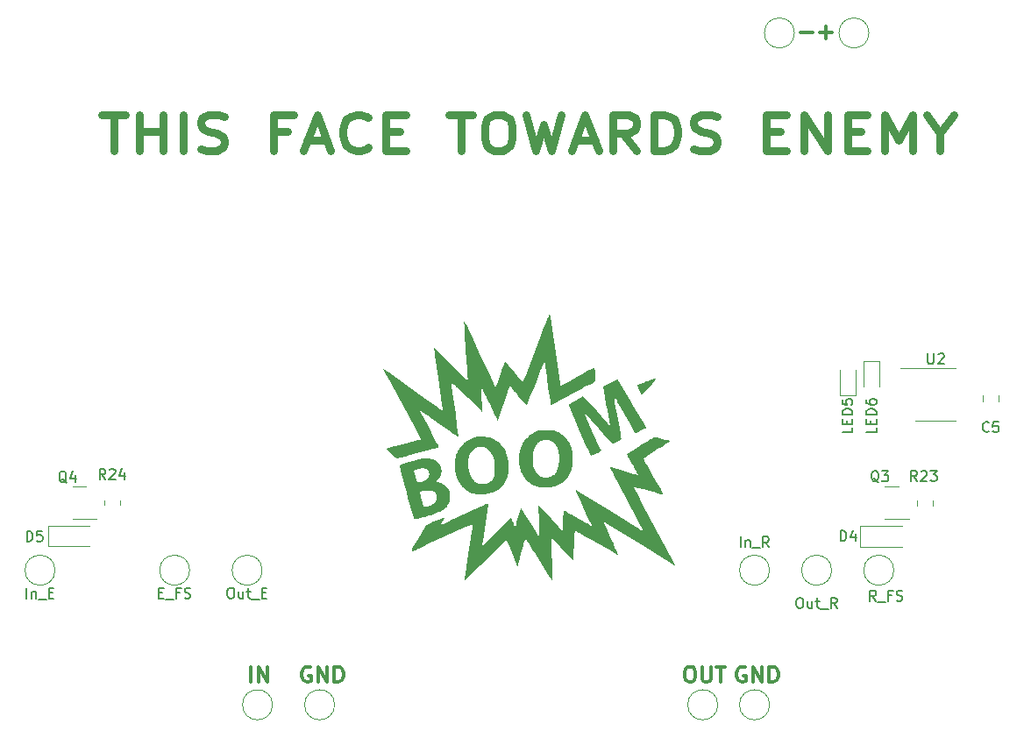
<source format=gbr>
%TF.GenerationSoftware,KiCad,Pcbnew,7.0.1*%
%TF.CreationDate,2023-11-18T18:03:43+02:00*%
%TF.ProjectId,Punainen Husse,50756e61-696e-4656-9e20-48757373652e,rev?*%
%TF.SameCoordinates,Original*%
%TF.FileFunction,Legend,Top*%
%TF.FilePolarity,Positive*%
%FSLAX46Y46*%
G04 Gerber Fmt 4.6, Leading zero omitted, Abs format (unit mm)*
G04 Created by KiCad (PCBNEW 7.0.1) date 2023-11-18 18:03:43*
%MOMM*%
%LPD*%
G01*
G04 APERTURE LIST*
%ADD10C,0.000000*%
%ADD11C,0.300000*%
%ADD12C,0.800000*%
%ADD13C,0.150000*%
%ADD14C,0.120000*%
G04 APERTURE END LIST*
D10*
G36*
X144855051Y-106447072D02*
G01*
X146136281Y-106447072D01*
X146136589Y-106459785D01*
X146137432Y-106473203D01*
X146138759Y-106487367D01*
X146142659Y-106518096D01*
X146150517Y-106563291D01*
X146161862Y-106618376D01*
X146193096Y-106751481D01*
X146232514Y-106903933D01*
X146276274Y-107062256D01*
X146320530Y-107212972D01*
X146361437Y-107342604D01*
X146395150Y-107437675D01*
X146408108Y-107468038D01*
X146417826Y-107484707D01*
X146423870Y-107491373D01*
X146430746Y-107497482D01*
X146446937Y-107508030D01*
X146466280Y-107516356D01*
X146488657Y-107522465D01*
X146513948Y-107526362D01*
X146542035Y-107528053D01*
X146572799Y-107527542D01*
X146606121Y-107524835D01*
X146641882Y-107519937D01*
X146679963Y-107512853D01*
X146720246Y-107503588D01*
X146762611Y-107492148D01*
X146806940Y-107478538D01*
X146853114Y-107462762D01*
X146901013Y-107444826D01*
X146950520Y-107424735D01*
X147031445Y-107389408D01*
X147106287Y-107353456D01*
X147175166Y-107316749D01*
X147238200Y-107279159D01*
X147295508Y-107240556D01*
X147322052Y-107220834D01*
X147347209Y-107200810D01*
X147370995Y-107180469D01*
X147393423Y-107159794D01*
X147414508Y-107138769D01*
X147434267Y-107117377D01*
X147452713Y-107095603D01*
X147469861Y-107073431D01*
X147485726Y-107050844D01*
X147500323Y-107027825D01*
X147513667Y-107004360D01*
X147525773Y-106980432D01*
X147536655Y-106956025D01*
X147546329Y-106931122D01*
X147554809Y-106905707D01*
X147562110Y-106879765D01*
X147568247Y-106853279D01*
X147573235Y-106826232D01*
X147577089Y-106798610D01*
X147579823Y-106770395D01*
X147581452Y-106741572D01*
X147581992Y-106712124D01*
X147580294Y-106670071D01*
X147576508Y-106629869D01*
X147573825Y-106610445D01*
X147570613Y-106591465D01*
X147566869Y-106572921D01*
X147562590Y-106554807D01*
X147557773Y-106537117D01*
X147552416Y-106519844D01*
X147546517Y-106502983D01*
X147540073Y-106486525D01*
X147533080Y-106470466D01*
X147525538Y-106454798D01*
X147517442Y-106439515D01*
X147508791Y-106424610D01*
X147499582Y-106410078D01*
X147489812Y-106395911D01*
X147479479Y-106382103D01*
X147468580Y-106368648D01*
X147457113Y-106355539D01*
X147445074Y-106342770D01*
X147432462Y-106330335D01*
X147419274Y-106318226D01*
X147405507Y-106306437D01*
X147391158Y-106294963D01*
X147376226Y-106283796D01*
X147360707Y-106272930D01*
X147327899Y-106252075D01*
X147292715Y-106232346D01*
X147256210Y-106215562D01*
X147218128Y-106200927D01*
X147178466Y-106188442D01*
X147137217Y-106178107D01*
X147094376Y-106169921D01*
X147049939Y-106163886D01*
X147003900Y-106159999D01*
X146956253Y-106158263D01*
X146906994Y-106158677D01*
X146856118Y-106161240D01*
X146803619Y-106165953D01*
X146749492Y-106172815D01*
X146693733Y-106181827D01*
X146636335Y-106192990D01*
X146577294Y-106206301D01*
X146516604Y-106221763D01*
X146451672Y-106239470D01*
X146394186Y-106255766D01*
X146343738Y-106270977D01*
X146299921Y-106285428D01*
X146280371Y-106292471D01*
X146262326Y-106299446D01*
X146245733Y-106306393D01*
X146230544Y-106313354D01*
X146216705Y-106320370D01*
X146204167Y-106327480D01*
X146192878Y-106334726D01*
X146182788Y-106342148D01*
X146173844Y-106349788D01*
X146165997Y-106357685D01*
X146159195Y-106365881D01*
X146153387Y-106374415D01*
X146148523Y-106383330D01*
X146144550Y-106392665D01*
X146141418Y-106402461D01*
X146139076Y-106412759D01*
X146137474Y-106423600D01*
X146136559Y-106435024D01*
X146136281Y-106447072D01*
X144855051Y-106447072D01*
X144824483Y-106319659D01*
X144789936Y-106158015D01*
X144770354Y-106041847D01*
X144745659Y-105872514D01*
X144900882Y-105805485D01*
X145110619Y-105724008D01*
X145372942Y-105633892D01*
X145669331Y-105540385D01*
X145981263Y-105448739D01*
X146290220Y-105364203D01*
X146577678Y-105292029D01*
X146825119Y-105237466D01*
X146928044Y-105218429D01*
X147014020Y-105205764D01*
X147138883Y-105193723D01*
X147260675Y-105187987D01*
X147379223Y-105188493D01*
X147494349Y-105195180D01*
X147605879Y-105207985D01*
X147713636Y-105226847D01*
X147817446Y-105251703D01*
X147867815Y-105266360D01*
X147917131Y-105282492D01*
X147965373Y-105300092D01*
X148012517Y-105319151D01*
X148058543Y-105339663D01*
X148103428Y-105361619D01*
X148147151Y-105385012D01*
X148189688Y-105409833D01*
X148231019Y-105436076D01*
X148271122Y-105463732D01*
X148309974Y-105492793D01*
X148347553Y-105523253D01*
X148383838Y-105555102D01*
X148418806Y-105588334D01*
X148452436Y-105622940D01*
X148484706Y-105658914D01*
X148515593Y-105696246D01*
X148545076Y-105734930D01*
X148576833Y-105778942D01*
X148605992Y-105822449D01*
X148632597Y-105865604D01*
X148656697Y-105908562D01*
X148678336Y-105951479D01*
X148697563Y-105994510D01*
X148714422Y-106037810D01*
X148728961Y-106081533D01*
X148741227Y-106125835D01*
X148751265Y-106170871D01*
X148759122Y-106216796D01*
X148764845Y-106263765D01*
X148768481Y-106311932D01*
X148770075Y-106361454D01*
X148769675Y-106412484D01*
X148767326Y-106465179D01*
X148763832Y-106517068D01*
X148758555Y-106567092D01*
X148751366Y-106615534D01*
X148742135Y-106662680D01*
X148730735Y-106708812D01*
X148717034Y-106754216D01*
X148700905Y-106799175D01*
X148682218Y-106843974D01*
X148660844Y-106888898D01*
X148636653Y-106934229D01*
X148609517Y-106980253D01*
X148579306Y-107027253D01*
X148545892Y-107075515D01*
X148509144Y-107125322D01*
X148468933Y-107176958D01*
X148425132Y-107230708D01*
X148390529Y-107273544D01*
X148358655Y-107314106D01*
X148330254Y-107351444D01*
X148317588Y-107368606D01*
X148306069Y-107384606D01*
X148295791Y-107399324D01*
X148286845Y-107412642D01*
X148279326Y-107424441D01*
X148273327Y-107434601D01*
X148268939Y-107443004D01*
X148267379Y-107446510D01*
X148266257Y-107449532D01*
X148265585Y-107452055D01*
X148265374Y-107454065D01*
X148265635Y-107455546D01*
X148266381Y-107456484D01*
X148268638Y-107457968D01*
X148272693Y-107459751D01*
X148285784Y-107464092D01*
X148304829Y-107469260D01*
X148329000Y-107475006D01*
X148357470Y-107481083D01*
X148389413Y-107487243D01*
X148424001Y-107493237D01*
X148460409Y-107498818D01*
X148541551Y-107514159D01*
X148622046Y-107534896D01*
X148701581Y-107560799D01*
X148779839Y-107591643D01*
X148856505Y-107627200D01*
X148931264Y-107667242D01*
X149003802Y-107711542D01*
X149073802Y-107759873D01*
X149140949Y-107812008D01*
X149204929Y-107867718D01*
X149265426Y-107926778D01*
X149322124Y-107988958D01*
X149374709Y-108054032D01*
X149422866Y-108121773D01*
X149466278Y-108191954D01*
X149486107Y-108227887D01*
X149504631Y-108264346D01*
X149534197Y-108327825D01*
X149546497Y-108356488D01*
X149557272Y-108383905D01*
X149566622Y-108410681D01*
X149574643Y-108437421D01*
X149581434Y-108464730D01*
X149587093Y-108493211D01*
X149591719Y-108523470D01*
X149595410Y-108556112D01*
X149598263Y-108591740D01*
X149600378Y-108630960D01*
X149602782Y-108722593D01*
X149603409Y-108835847D01*
X149602729Y-108913346D01*
X149600612Y-108986039D01*
X149596944Y-109054329D01*
X149591613Y-109118620D01*
X149584504Y-109179314D01*
X149575504Y-109236814D01*
X149564499Y-109291524D01*
X149551374Y-109343847D01*
X149536018Y-109394185D01*
X149518315Y-109442941D01*
X149498153Y-109490520D01*
X149475417Y-109537323D01*
X149449994Y-109583755D01*
X149421770Y-109630217D01*
X149390632Y-109677113D01*
X149356465Y-109724847D01*
X149282421Y-109817185D01*
X149196709Y-109907595D01*
X149099566Y-109995969D01*
X148991229Y-110082199D01*
X148871938Y-110166176D01*
X148741929Y-110247791D01*
X148601439Y-110326936D01*
X148450708Y-110403502D01*
X148289972Y-110477382D01*
X148119469Y-110548465D01*
X147939437Y-110616644D01*
X147750113Y-110681811D01*
X147551736Y-110743856D01*
X147344543Y-110802671D01*
X147128771Y-110858148D01*
X146904659Y-110910178D01*
X146778266Y-110938222D01*
X146665763Y-110962875D01*
X146566323Y-110984221D01*
X146479121Y-111002342D01*
X146439850Y-111010219D01*
X146403329Y-111017321D01*
X146369453Y-111023658D01*
X146338120Y-111029241D01*
X146309226Y-111034080D01*
X146282668Y-111038185D01*
X146258342Y-111041566D01*
X146236145Y-111044234D01*
X146215974Y-111046200D01*
X146197726Y-111047472D01*
X146181296Y-111048063D01*
X146166582Y-111047982D01*
X146153480Y-111047240D01*
X146141888Y-111045846D01*
X146136625Y-111044909D01*
X146131700Y-111043812D01*
X146127102Y-111042558D01*
X146122816Y-111041147D01*
X146118829Y-111039581D01*
X146115130Y-111037862D01*
X146111704Y-111035990D01*
X146108539Y-111033967D01*
X146105622Y-111031795D01*
X146102941Y-111029473D01*
X146100481Y-111027005D01*
X146098231Y-111024390D01*
X146096178Y-111021631D01*
X146094307Y-111018728D01*
X146091066Y-111012498D01*
X146088402Y-111005709D01*
X146086215Y-110998373D01*
X145535882Y-108994596D01*
X145404362Y-108511881D01*
X146705568Y-108511881D01*
X146706056Y-108524355D01*
X146707144Y-108537594D01*
X146708847Y-108551592D01*
X146711180Y-108566344D01*
X146714159Y-108581846D01*
X146735464Y-108689520D01*
X146770163Y-108840642D01*
X146814122Y-109019464D01*
X146863208Y-109210232D01*
X146913286Y-109397198D01*
X146960222Y-109564608D01*
X146999882Y-109696714D01*
X147028132Y-109777763D01*
X147045922Y-109818470D01*
X147053758Y-109834845D01*
X147061315Y-109848759D01*
X147065089Y-109854840D01*
X147068913Y-109860359D01*
X147072828Y-109865336D01*
X147076873Y-109869788D01*
X147081089Y-109873734D01*
X147085515Y-109877192D01*
X147090192Y-109880179D01*
X147095159Y-109882714D01*
X147100458Y-109884815D01*
X147106127Y-109886501D01*
X147112207Y-109887788D01*
X147118738Y-109888695D01*
X147125759Y-109889241D01*
X147133312Y-109889443D01*
X147150171Y-109888888D01*
X147169634Y-109887176D01*
X147192022Y-109884451D01*
X147246854Y-109876540D01*
X147295155Y-109868196D01*
X147347017Y-109856586D01*
X147401782Y-109842000D01*
X147458796Y-109824726D01*
X147517401Y-109805055D01*
X147576942Y-109783275D01*
X147636762Y-109759676D01*
X147696204Y-109734548D01*
X147754613Y-109708179D01*
X147811333Y-109680860D01*
X147865706Y-109652879D01*
X147917076Y-109624525D01*
X147964788Y-109596090D01*
X148008185Y-109567861D01*
X148046611Y-109540127D01*
X148079409Y-109513180D01*
X148112876Y-109481421D01*
X148143247Y-109450768D01*
X148170652Y-109420921D01*
X148195220Y-109391581D01*
X148217080Y-109362448D01*
X148236361Y-109333221D01*
X148253193Y-109303602D01*
X148267704Y-109273290D01*
X148280025Y-109241986D01*
X148290284Y-109209390D01*
X148298609Y-109175203D01*
X148305132Y-109139124D01*
X148309980Y-109100854D01*
X148313283Y-109060094D01*
X148315170Y-109016543D01*
X148315770Y-108969901D01*
X148314656Y-108921119D01*
X148311319Y-108873990D01*
X148305771Y-108828515D01*
X148298021Y-108784693D01*
X148288080Y-108742525D01*
X148282292Y-108722062D01*
X148275959Y-108702011D01*
X148269084Y-108682374D01*
X148261667Y-108663150D01*
X148253710Y-108644340D01*
X148245215Y-108625943D01*
X148236182Y-108607960D01*
X148226613Y-108590390D01*
X148216509Y-108573234D01*
X148205872Y-108556490D01*
X148194702Y-108540161D01*
X148183002Y-108524244D01*
X148170771Y-108508741D01*
X148158013Y-108493652D01*
X148144727Y-108478976D01*
X148130915Y-108464713D01*
X148116579Y-108450864D01*
X148101720Y-108437428D01*
X148086339Y-108424405D01*
X148070437Y-108411796D01*
X148054016Y-108399600D01*
X148037076Y-108387818D01*
X147998167Y-108363068D01*
X147979490Y-108352843D01*
X147960622Y-108343941D01*
X147941031Y-108336279D01*
X147920184Y-108329775D01*
X147897549Y-108324345D01*
X147872593Y-108319908D01*
X147844785Y-108316380D01*
X147813593Y-108313679D01*
X147778483Y-108311722D01*
X147738924Y-108310427D01*
X147644328Y-108309490D01*
X147525548Y-108310206D01*
X147458538Y-108311358D01*
X147392623Y-108313472D01*
X147328072Y-108316516D01*
X147265154Y-108320459D01*
X147204138Y-108325270D01*
X147145292Y-108330918D01*
X147088886Y-108337373D01*
X147035187Y-108344602D01*
X146984465Y-108352576D01*
X146936988Y-108361263D01*
X146893025Y-108370632D01*
X146852845Y-108380652D01*
X146816716Y-108391293D01*
X146784908Y-108402522D01*
X146757688Y-108414310D01*
X146735326Y-108426624D01*
X146730244Y-108430344D01*
X146725590Y-108434886D01*
X146721381Y-108440244D01*
X146717632Y-108446413D01*
X146714358Y-108453389D01*
X146711575Y-108461165D01*
X146709299Y-108469738D01*
X146707545Y-108479101D01*
X146706328Y-108489249D01*
X146705664Y-108500178D01*
X146705568Y-108511881D01*
X145404362Y-108511881D01*
X145180127Y-107688877D01*
X145051818Y-107211387D01*
X144952034Y-106832950D01*
X144877386Y-106540172D01*
X144855051Y-106447072D01*
G37*
G36*
X169376735Y-103159273D02*
G01*
X169439234Y-103169408D01*
X169629170Y-103206836D01*
X169878471Y-103260800D01*
X170154479Y-103323694D01*
X170424533Y-103387911D01*
X170655975Y-103445844D01*
X170816144Y-103489886D01*
X170859296Y-103504321D01*
X170872382Y-103512431D01*
X170852628Y-103528264D01*
X170800999Y-103563693D01*
X170616176Y-103684409D01*
X170346025Y-103856719D01*
X170018659Y-104062763D01*
X169655318Y-104291007D01*
X169329143Y-104498333D01*
X169042904Y-104683004D01*
X168799370Y-104843284D01*
X168601311Y-104977436D01*
X168451498Y-105083724D01*
X168395549Y-105125877D01*
X168352700Y-105160412D01*
X168323297Y-105187114D01*
X168307686Y-105205764D01*
X168305126Y-105218363D01*
X168308369Y-105239581D01*
X168334311Y-105311597D01*
X168389605Y-105429254D01*
X168478343Y-105599992D01*
X168604620Y-105831254D01*
X168772527Y-106130481D01*
X169249604Y-106962595D01*
X169629335Y-107625102D01*
X169937961Y-108172184D01*
X170055790Y-108384560D01*
X170144060Y-108546624D01*
X170198844Y-108651224D01*
X170212452Y-108679741D01*
X170216214Y-108691209D01*
X170211475Y-108693495D01*
X170200126Y-108693792D01*
X170158943Y-108688728D01*
X170095353Y-108676635D01*
X170012043Y-108658135D01*
X169911701Y-108633847D01*
X169797014Y-108604391D01*
X169670668Y-108570388D01*
X169535352Y-108532458D01*
X168878193Y-108346588D01*
X168246831Y-108172624D01*
X167746439Y-108038348D01*
X167482186Y-107971540D01*
X167468089Y-107969103D01*
X167454901Y-107967089D01*
X167448648Y-107966244D01*
X167442623Y-107965509D01*
X167436825Y-107964885D01*
X167431254Y-107964374D01*
X167425911Y-107963976D01*
X167420795Y-107963694D01*
X167415906Y-107963527D01*
X167411245Y-107963478D01*
X167406811Y-107963548D01*
X167402605Y-107963738D01*
X167398626Y-107964050D01*
X167394874Y-107964484D01*
X167391349Y-107965042D01*
X167388052Y-107965726D01*
X167384983Y-107966536D01*
X167382140Y-107967474D01*
X167379526Y-107968542D01*
X167377138Y-107969739D01*
X167374978Y-107971069D01*
X167373045Y-107972532D01*
X167371340Y-107974129D01*
X167369862Y-107975862D01*
X167368611Y-107977731D01*
X167367588Y-107979739D01*
X167366792Y-107981887D01*
X167366224Y-107984175D01*
X167365883Y-107986605D01*
X167365769Y-107989179D01*
X167441230Y-108146992D01*
X167646668Y-108547891D01*
X168321798Y-109834206D01*
X171066410Y-115020040D01*
X171117659Y-115118412D01*
X171164856Y-115211037D01*
X171206927Y-115295807D01*
X171242798Y-115370614D01*
X171271392Y-115433350D01*
X171282625Y-115459532D01*
X171291635Y-115481905D01*
X171298290Y-115500206D01*
X171302454Y-115514172D01*
X171303992Y-115523538D01*
X171303735Y-115526414D01*
X171302771Y-115528042D01*
X171280033Y-115525361D01*
X171204874Y-115487416D01*
X170760374Y-115221564D01*
X167736187Y-113340818D01*
X164808130Y-111513430D01*
X164730519Y-111465122D01*
X164657538Y-111421321D01*
X164590842Y-111382894D01*
X164560366Y-111365968D01*
X164532082Y-111350710D01*
X164506196Y-111337231D01*
X164482914Y-111325637D01*
X164462444Y-111316038D01*
X164444991Y-111308543D01*
X164430763Y-111303259D01*
X164419966Y-111300295D01*
X164415919Y-111299718D01*
X164412807Y-111299761D01*
X164410656Y-111300438D01*
X164409493Y-111301763D01*
X164418423Y-111329592D01*
X164446535Y-111399383D01*
X164552368Y-111646162D01*
X164711117Y-112004727D01*
X164906908Y-112437707D01*
X165163905Y-112999051D01*
X165369433Y-113449848D01*
X165528575Y-113801592D01*
X165646418Y-114065776D01*
X165728047Y-114253893D01*
X165756869Y-114323017D01*
X165778545Y-114377434D01*
X165793709Y-114418580D01*
X165802998Y-114447893D01*
X165807047Y-114466809D01*
X165807305Y-114472816D01*
X165806492Y-114476763D01*
X165803001Y-114482671D01*
X165794937Y-114484997D01*
X165755724Y-114473841D01*
X165670128Y-114433168D01*
X165519418Y-114352849D01*
X164947753Y-114032758D01*
X163890908Y-113432540D01*
X163255977Y-113071866D01*
X162751767Y-112786185D01*
X162363808Y-112567477D01*
X162077631Y-112407720D01*
X161878766Y-112298897D01*
X161807554Y-112261078D01*
X161752745Y-112232985D01*
X161712528Y-112213615D01*
X161685097Y-112201965D01*
X161675610Y-112198722D01*
X161668641Y-112197034D01*
X161663964Y-112196774D01*
X161661353Y-112197817D01*
X161633186Y-112592433D01*
X161581537Y-113465613D01*
X161531873Y-114383111D01*
X161509659Y-114910679D01*
X161509496Y-114921090D01*
X161509018Y-114931129D01*
X161508241Y-114940754D01*
X161507179Y-114949925D01*
X161505848Y-114958600D01*
X161505087Y-114962738D01*
X161504265Y-114966737D01*
X161503383Y-114970591D01*
X161502443Y-114974296D01*
X161501448Y-114977845D01*
X161500399Y-114981234D01*
X161499299Y-114984458D01*
X161498149Y-114987511D01*
X161496951Y-114990389D01*
X161495707Y-114993085D01*
X161494420Y-114995596D01*
X161493090Y-114997916D01*
X161491720Y-115000039D01*
X161490313Y-115001960D01*
X161488869Y-115003675D01*
X161487390Y-115005178D01*
X161485880Y-115006464D01*
X161484339Y-115007527D01*
X161482769Y-115008364D01*
X161481174Y-115008968D01*
X161479553Y-115009334D01*
X161477910Y-115009457D01*
X161468860Y-115003884D01*
X161449991Y-114987532D01*
X161384864Y-114924680D01*
X161159527Y-114693721D01*
X160834972Y-114351637D01*
X160444271Y-113933485D01*
X160243897Y-113717091D01*
X160055719Y-113515333D01*
X159883994Y-113332591D01*
X159732982Y-113173249D01*
X159606940Y-113041687D01*
X159510126Y-112942290D01*
X159446798Y-112879437D01*
X159429022Y-112863085D01*
X159421215Y-112857513D01*
X159413207Y-112860535D01*
X159406435Y-112872430D01*
X159396906Y-112939809D01*
X159396079Y-113367717D01*
X159484714Y-116346487D01*
X159489165Y-116519905D01*
X159491880Y-116667568D01*
X159492776Y-116790179D01*
X159492516Y-116842309D01*
X159491770Y-116888439D01*
X159490528Y-116928658D01*
X159488779Y-116963053D01*
X159486514Y-116991712D01*
X159483722Y-117014722D01*
X159480392Y-117032173D01*
X159478523Y-117038840D01*
X159476515Y-117044151D01*
X159474367Y-117048115D01*
X159472079Y-117050744D01*
X159469649Y-117052049D01*
X159467075Y-117052041D01*
X159441134Y-117017728D01*
X159379267Y-116924379D01*
X159164128Y-116586374D01*
X158854400Y-116089618D01*
X158482827Y-115485708D01*
X157829305Y-114418610D01*
X157562324Y-113987194D01*
X157337180Y-113627009D01*
X157155361Y-113340411D01*
X157018357Y-113129757D01*
X156927654Y-112997404D01*
X156900131Y-112961326D01*
X156884742Y-112945707D01*
X156878672Y-112943581D01*
X156872064Y-112946224D01*
X156864464Y-112955265D01*
X156855417Y-112972331D01*
X156831164Y-113037051D01*
X156795666Y-113153405D01*
X156676383Y-113593109D01*
X156468465Y-114395623D01*
X156355852Y-114828327D01*
X156258122Y-115195546D01*
X156186188Y-115458256D01*
X156163305Y-115538223D01*
X156150965Y-115577429D01*
X156145811Y-115590872D01*
X156140823Y-115601965D01*
X156135834Y-115610505D01*
X156133288Y-115613754D01*
X156130680Y-115616290D01*
X156127990Y-115618087D01*
X156125196Y-115619119D01*
X156122278Y-115619362D01*
X156119215Y-115618791D01*
X156115987Y-115617380D01*
X156112573Y-115615104D01*
X156105104Y-115607856D01*
X156096643Y-115596847D01*
X156087024Y-115581874D01*
X156076082Y-115562735D01*
X156063652Y-115539230D01*
X156033666Y-115478314D01*
X155995743Y-115397512D01*
X155917195Y-115212911D01*
X155793337Y-114904947D01*
X155641036Y-114516946D01*
X155477159Y-114092234D01*
X155322212Y-113686044D01*
X155190086Y-113348314D01*
X155095663Y-113114434D01*
X155067241Y-113047495D01*
X155053826Y-113019790D01*
X155006270Y-113055805D01*
X154882398Y-113169004D01*
X154439110Y-113594377D01*
X153790771Y-114230754D01*
X153004187Y-115012983D01*
X152531409Y-115487084D01*
X152121140Y-115896031D01*
X151773378Y-116239824D01*
X151488124Y-116518463D01*
X151265378Y-116731949D01*
X151105140Y-116880281D01*
X151048461Y-116930015D01*
X151007409Y-116963460D01*
X150981985Y-116980616D01*
X150975132Y-116983086D01*
X150972187Y-116981484D01*
X150975790Y-116931861D01*
X150991093Y-116812041D01*
X151052003Y-116393228D01*
X151261464Y-115058846D01*
X151524835Y-113420249D01*
X151693618Y-112345544D01*
X151746465Y-111994537D01*
X151780379Y-111754366D01*
X151796929Y-111614985D01*
X151799183Y-111579951D01*
X151797686Y-111566348D01*
X151782458Y-111563235D01*
X151749944Y-111569062D01*
X151624770Y-111611216D01*
X151075815Y-111843277D01*
X150018199Y-112321401D01*
X148319298Y-113104456D01*
X147559613Y-113454719D01*
X146974553Y-113723747D01*
X146740377Y-113830937D01*
X146541298Y-113921585D01*
X146374466Y-113996947D01*
X146237027Y-114058280D01*
X146126130Y-114106837D01*
X146038921Y-114143877D01*
X146003308Y-114158469D01*
X145972548Y-114170653D01*
X145946283Y-114180585D01*
X145924158Y-114188422D01*
X145905815Y-114194321D01*
X145890899Y-114198440D01*
X145879052Y-114200934D01*
X145869918Y-114201962D01*
X145863141Y-114201679D01*
X145860524Y-114201096D01*
X145858363Y-114200244D01*
X145856613Y-114199142D01*
X145855229Y-114197812D01*
X145853382Y-114194541D01*
X145853220Y-114182468D01*
X145859528Y-114160462D01*
X145892628Y-114084628D01*
X145954833Y-113962988D01*
X146048291Y-113791491D01*
X146337569Y-113282720D01*
X146777659Y-112525901D01*
X147310354Y-111612208D01*
X147522020Y-111520484D01*
X147732337Y-111428314D01*
X147970930Y-111328165D01*
X148220768Y-111226611D01*
X148464819Y-111130224D01*
X148686049Y-111045578D01*
X148867427Y-110979246D01*
X148991919Y-110937802D01*
X149027510Y-110928466D01*
X149037710Y-110927005D01*
X149042493Y-110927818D01*
X149043621Y-110929127D01*
X149044363Y-110931059D01*
X149044725Y-110936720D01*
X149043640Y-110944654D01*
X149041170Y-110954717D01*
X149037377Y-110966765D01*
X149032323Y-110980652D01*
X149018680Y-111013367D01*
X149000738Y-111051704D01*
X148978992Y-111094506D01*
X148953940Y-111140615D01*
X148926076Y-111188874D01*
X148844916Y-111326072D01*
X148812587Y-111381359D01*
X148785461Y-111428543D01*
X148763317Y-111468203D01*
X148754043Y-111485392D01*
X148745932Y-111500917D01*
X148738955Y-111514851D01*
X148733084Y-111527265D01*
X148728292Y-111538233D01*
X148724552Y-111547826D01*
X148721834Y-111556116D01*
X148720112Y-111563177D01*
X148719357Y-111569080D01*
X148719334Y-111571620D01*
X148719543Y-111573898D01*
X148719979Y-111575922D01*
X148720640Y-111577703D01*
X148721522Y-111579248D01*
X148722622Y-111580567D01*
X148723935Y-111581669D01*
X148725460Y-111582564D01*
X148727191Y-111583259D01*
X148729127Y-111583764D01*
X148733595Y-111584241D01*
X148738836Y-111584067D01*
X148744823Y-111583314D01*
X148751527Y-111582055D01*
X148766977Y-111578306D01*
X148784965Y-111573400D01*
X148832845Y-111555693D01*
X148935171Y-111512437D01*
X149277530Y-111360853D01*
X149760781Y-111141801D01*
X150333659Y-110878431D01*
X151571028Y-110307867D01*
X152490896Y-109888446D01*
X152825153Y-109738412D01*
X153072097Y-109629761D01*
X153229083Y-109563691D01*
X153273015Y-109546998D01*
X153293465Y-109541401D01*
X153295408Y-109541545D01*
X153297267Y-109541971D01*
X153299040Y-109542674D01*
X153300727Y-109543647D01*
X153302327Y-109544884D01*
X153303837Y-109546378D01*
X153306584Y-109550111D01*
X153308959Y-109554794D01*
X153310952Y-109560377D01*
X153312553Y-109566808D01*
X153313750Y-109574034D01*
X153314533Y-109582004D01*
X153314893Y-109590667D01*
X153314819Y-109599971D01*
X153314301Y-109609864D01*
X153313327Y-109620294D01*
X153311889Y-109631210D01*
X153309975Y-109642559D01*
X153307576Y-109654292D01*
X153018299Y-111502405D01*
X152750187Y-113263207D01*
X152744565Y-113305341D01*
X152739604Y-113344456D01*
X152735305Y-113380595D01*
X152731667Y-113413799D01*
X152728690Y-113444109D01*
X152726375Y-113471566D01*
X152724721Y-113496212D01*
X152723729Y-113518088D01*
X152723398Y-113537236D01*
X152723729Y-113553697D01*
X152724143Y-113560932D01*
X152724721Y-113567512D01*
X152725465Y-113573440D01*
X152726375Y-113578722D01*
X152727450Y-113583363D01*
X152728690Y-113587369D01*
X152730096Y-113590745D01*
X152731666Y-113593495D01*
X152733403Y-113595625D01*
X152735304Y-113597139D01*
X152737371Y-113598045D01*
X152739604Y-113598345D01*
X152774386Y-113570984D01*
X152859107Y-113492567D01*
X153155882Y-113204558D01*
X153584947Y-112778303D01*
X154101326Y-112257790D01*
X154619744Y-111737278D01*
X155049857Y-111311023D01*
X155217847Y-111146989D01*
X155347017Y-111023014D01*
X155431787Y-110944597D01*
X155455778Y-110924190D01*
X155466576Y-110917236D01*
X155474171Y-110920270D01*
X155483678Y-110929273D01*
X155495024Y-110944094D01*
X155508138Y-110964585D01*
X155539378Y-111021973D01*
X155576819Y-111100239D01*
X155619883Y-111198183D01*
X155667990Y-111314606D01*
X155720562Y-111448310D01*
X155777021Y-111598095D01*
X155815006Y-111696357D01*
X155831428Y-111732777D01*
X155846749Y-111759767D01*
X155854141Y-111769501D01*
X155861430Y-111776608D01*
X155868673Y-111780998D01*
X155875929Y-111782581D01*
X155883255Y-111781268D01*
X155890708Y-111776968D01*
X155898345Y-111769593D01*
X155906225Y-111759051D01*
X155922941Y-111728112D01*
X155941317Y-111683431D01*
X155961810Y-111624292D01*
X155984883Y-111549975D01*
X156040604Y-111352936D01*
X156112159Y-111086569D01*
X156183590Y-110825664D01*
X156247042Y-110598743D01*
X156302473Y-110406051D01*
X156349843Y-110247839D01*
X156389111Y-110124353D01*
X156405693Y-110075710D01*
X156420233Y-110035841D01*
X156432728Y-110004779D01*
X156443171Y-109982553D01*
X156451557Y-109969194D01*
X156454977Y-109965850D01*
X156457882Y-109964735D01*
X156479475Y-109991772D01*
X156531414Y-110069245D01*
X156712763Y-110353673D01*
X156974811Y-110774361D01*
X157290436Y-111287652D01*
X157606448Y-111805353D01*
X157873843Y-112238387D01*
X158063847Y-112541776D01*
X158120836Y-112630798D01*
X158147687Y-112670541D01*
X158155173Y-112678019D01*
X158161770Y-112678444D01*
X158167500Y-112670548D01*
X158172381Y-112653067D01*
X158179685Y-112584282D01*
X158183846Y-112461961D01*
X158183405Y-112016193D01*
X158172380Y-111234734D01*
X158151215Y-109735430D01*
X158292327Y-109876540D01*
X158674649Y-110289291D01*
X159403576Y-111083041D01*
X159784962Y-111497830D01*
X160102517Y-111840189D01*
X160322837Y-112074731D01*
X160386096Y-112140512D01*
X160412520Y-112166068D01*
X160419716Y-112166277D01*
X160426762Y-112157490D01*
X160433674Y-112139473D01*
X160440466Y-112111994D01*
X160453758Y-112027720D01*
X160466759Y-111902807D01*
X160479596Y-111735396D01*
X160492391Y-111523627D01*
X160518354Y-110959568D01*
X160524100Y-110822618D01*
X160530591Y-110694102D01*
X160537577Y-110576831D01*
X160544812Y-110473616D01*
X160552046Y-110387269D01*
X160559033Y-110320599D01*
X160562355Y-110295522D01*
X160565523Y-110276419D01*
X160568505Y-110263642D01*
X160571270Y-110257540D01*
X160580534Y-110253928D01*
X160596929Y-110255267D01*
X160654173Y-110274408D01*
X160749120Y-110318188D01*
X160887888Y-110389833D01*
X161076597Y-110492565D01*
X161321364Y-110629611D01*
X162003548Y-111019541D01*
X162342732Y-111213479D01*
X162620193Y-111371161D01*
X162841016Y-111495357D01*
X163010287Y-111588836D01*
X163077180Y-111624922D01*
X163133091Y-111654368D01*
X163178657Y-111677520D01*
X163214513Y-111694724D01*
X163241294Y-111706327D01*
X163259636Y-111712673D01*
X163265842Y-111713984D01*
X163270176Y-111714111D01*
X163272718Y-111713097D01*
X163273548Y-111710986D01*
X163267312Y-111693595D01*
X163249460Y-111651234D01*
X163184031Y-111502847D01*
X162970159Y-111030125D01*
X162540707Y-110093224D01*
X162151274Y-109236690D01*
X161864366Y-108597776D01*
X161778894Y-108402817D01*
X161742493Y-108313734D01*
X161739973Y-108305886D01*
X161737711Y-108298245D01*
X161735718Y-108290852D01*
X161734004Y-108283748D01*
X161732580Y-108276975D01*
X161731455Y-108270575D01*
X161730640Y-108264587D01*
X161730145Y-108259054D01*
X161730022Y-108256472D01*
X161729982Y-108254018D01*
X161730027Y-108251698D01*
X161730159Y-108249519D01*
X161730379Y-108247484D01*
X161730688Y-108245598D01*
X161731087Y-108243868D01*
X161731578Y-108242298D01*
X161732162Y-108240893D01*
X161732841Y-108239659D01*
X161733615Y-108238601D01*
X161734486Y-108237723D01*
X161735455Y-108237031D01*
X161736523Y-108236531D01*
X161737692Y-108236227D01*
X161738964Y-108236125D01*
X162047314Y-108416868D01*
X162832575Y-108898905D01*
X165249103Y-110405708D01*
X166580233Y-111238098D01*
X167508203Y-111812850D01*
X167827722Y-112007849D01*
X168054512Y-112143524D01*
X168191262Y-112221569D01*
X168226711Y-112239510D01*
X168240657Y-112243679D01*
X168226484Y-112197921D01*
X168166299Y-112068117D01*
X167881266Y-111505933D01*
X166466185Y-108818208D01*
X166054945Y-108041311D01*
X165728164Y-107421759D01*
X165477037Y-106942601D01*
X165292759Y-106586888D01*
X165166524Y-106337670D01*
X165122420Y-106247699D01*
X165089526Y-106177996D01*
X165066739Y-106126442D01*
X165052959Y-106090918D01*
X165049103Y-106078505D01*
X165047086Y-106069305D01*
X165046770Y-106063053D01*
X165048018Y-106059484D01*
X165055724Y-106056679D01*
X165070309Y-106056391D01*
X165124473Y-106064501D01*
X165219234Y-106086088D01*
X165363315Y-106123426D01*
X165834328Y-106254450D01*
X166607297Y-106475764D01*
X167034875Y-106597141D01*
X167392669Y-106695367D01*
X167533512Y-106732698D01*
X167642645Y-106760520D01*
X167715316Y-106777594D01*
X167736491Y-106781713D01*
X167746769Y-106782679D01*
X167749126Y-106781027D01*
X167750250Y-106777403D01*
X167748822Y-106764283D01*
X167742537Y-106743411D01*
X167731445Y-106714880D01*
X167695052Y-106635216D01*
X167640055Y-106526034D01*
X167566867Y-106388079D01*
X167475903Y-106222094D01*
X167242298Y-105809013D01*
X167131869Y-105614737D01*
X167029584Y-105431540D01*
X166937634Y-105263557D01*
X166858211Y-105114922D01*
X166793506Y-104989769D01*
X166745709Y-104892232D01*
X166728836Y-104855111D01*
X166717011Y-104826445D01*
X166710509Y-104806749D01*
X166709340Y-104800427D01*
X166709604Y-104796542D01*
X166711954Y-104791091D01*
X166715006Y-104785351D01*
X166718719Y-104779364D01*
X166723053Y-104773169D01*
X166727966Y-104766809D01*
X166733416Y-104760326D01*
X166739362Y-104753759D01*
X166745763Y-104747151D01*
X166752577Y-104740544D01*
X166759764Y-104733977D01*
X166767281Y-104727494D01*
X166775088Y-104721134D01*
X166783142Y-104714940D01*
X166791403Y-104708952D01*
X166799830Y-104703213D01*
X166808381Y-104697762D01*
X167489241Y-104267375D01*
X168124297Y-103865097D01*
X168592995Y-103570638D01*
X168915510Y-103371429D01*
X169028254Y-103303616D01*
X169112018Y-103254902D01*
X169149074Y-103235465D01*
X169185551Y-103217143D01*
X169220539Y-103200393D01*
X169253130Y-103185669D01*
X169268242Y-103179209D01*
X169282413Y-103173425D01*
X169295530Y-103168376D01*
X169307480Y-103164117D01*
X169318147Y-103160705D01*
X169327420Y-103158198D01*
X169335183Y-103156652D01*
X169341324Y-103156124D01*
X169376735Y-103159273D01*
G37*
G36*
X150047024Y-105717291D02*
G01*
X151349659Y-105717291D01*
X151353421Y-105870362D01*
X151364541Y-106020948D01*
X151382773Y-106168465D01*
X151407867Y-106312328D01*
X151439576Y-106451953D01*
X151477651Y-106586757D01*
X151521845Y-106716156D01*
X151571909Y-106839565D01*
X151627596Y-106956401D01*
X151657470Y-107012171D01*
X151688657Y-107066080D01*
X151721125Y-107118053D01*
X151754844Y-107168017D01*
X151789782Y-107215901D01*
X151825909Y-107261630D01*
X151863194Y-107305132D01*
X151901605Y-107346334D01*
X151941112Y-107385162D01*
X151981683Y-107421544D01*
X152023288Y-107455407D01*
X152065895Y-107486678D01*
X152109474Y-107515283D01*
X152153994Y-107541151D01*
X152201244Y-107565832D01*
X152249057Y-107588287D01*
X152297418Y-107608519D01*
X152346312Y-107626534D01*
X152395722Y-107642338D01*
X152445634Y-107655935D01*
X152496031Y-107667331D01*
X152546899Y-107676530D01*
X152598222Y-107683538D01*
X152649983Y-107688360D01*
X152702169Y-107691002D01*
X152754762Y-107691468D01*
X152807749Y-107689763D01*
X152861112Y-107685894D01*
X152914838Y-107679864D01*
X152968909Y-107671679D01*
X153041512Y-107657834D01*
X153110027Y-107641286D01*
X153174750Y-107621814D01*
X153235973Y-107599194D01*
X153293993Y-107573205D01*
X153349104Y-107543625D01*
X153401599Y-107510231D01*
X153451774Y-107472801D01*
X153499924Y-107431112D01*
X153546342Y-107384944D01*
X153591324Y-107334073D01*
X153635164Y-107278277D01*
X153678156Y-107217334D01*
X153720595Y-107151022D01*
X153762776Y-107079118D01*
X153804993Y-107001402D01*
X153837769Y-106936427D01*
X153851184Y-106907128D01*
X153862815Y-106878481D01*
X153872814Y-106849378D01*
X153881329Y-106818715D01*
X153888511Y-106785385D01*
X153894510Y-106748283D01*
X153899475Y-106706303D01*
X153903557Y-106658339D01*
X153909669Y-106540034D01*
X153914044Y-106384523D01*
X153917882Y-106182957D01*
X153919708Y-106042156D01*
X153919921Y-105909168D01*
X153918564Y-105785524D01*
X153915677Y-105672752D01*
X153911302Y-105572383D01*
X153905480Y-105485946D01*
X153898252Y-105414970D01*
X153894124Y-105385758D01*
X153889660Y-105360986D01*
X153869307Y-105276249D01*
X153842923Y-105190433D01*
X153810928Y-105104110D01*
X153773739Y-105017854D01*
X153731775Y-104932239D01*
X153685455Y-104847838D01*
X153635197Y-104765226D01*
X153581420Y-104684975D01*
X153524542Y-104607660D01*
X153464982Y-104533853D01*
X153403159Y-104464128D01*
X153339491Y-104399060D01*
X153274397Y-104339221D01*
X153208295Y-104285186D01*
X153141604Y-104237527D01*
X153108168Y-104216269D01*
X153074743Y-104196819D01*
X153046412Y-104181715D01*
X153019414Y-104168094D01*
X152993430Y-104155868D01*
X152968137Y-104144950D01*
X152943217Y-104135251D01*
X152918349Y-104126684D01*
X152893212Y-104119161D01*
X152867486Y-104112594D01*
X152840850Y-104106894D01*
X152812984Y-104101976D01*
X152783568Y-104097749D01*
X152752282Y-104094127D01*
X152718804Y-104091022D01*
X152682815Y-104088346D01*
X152602021Y-104083929D01*
X152568667Y-104082853D01*
X152536109Y-104082269D01*
X152504399Y-104082170D01*
X152473587Y-104082552D01*
X152443727Y-104083409D01*
X152414869Y-104084736D01*
X152387066Y-104086528D01*
X152360368Y-104088781D01*
X152334828Y-104091488D01*
X152310497Y-104094644D01*
X152287427Y-104098245D01*
X152265669Y-104102285D01*
X152245276Y-104106760D01*
X152226298Y-104111663D01*
X152208789Y-104116990D01*
X152192798Y-104122735D01*
X152089149Y-104167191D01*
X151992486Y-104218598D01*
X151902769Y-104277043D01*
X151819956Y-104342615D01*
X151744005Y-104415400D01*
X151674876Y-104495488D01*
X151612527Y-104582965D01*
X151556916Y-104677919D01*
X151508002Y-104780439D01*
X151465745Y-104890613D01*
X151430102Y-105008527D01*
X151401032Y-105134270D01*
X151378494Y-105267931D01*
X151362447Y-105409595D01*
X151352849Y-105559353D01*
X151349659Y-105717291D01*
X150047024Y-105717291D01*
X150047559Y-105691594D01*
X150057066Y-105541811D01*
X150072868Y-105395047D01*
X150094928Y-105251404D01*
X150123209Y-105110985D01*
X150157677Y-104973894D01*
X150198293Y-104840235D01*
X150245024Y-104710110D01*
X150297831Y-104583624D01*
X150356679Y-104460878D01*
X150421532Y-104341978D01*
X150492354Y-104227025D01*
X150569108Y-104116124D01*
X150651758Y-104009378D01*
X150740269Y-103906890D01*
X150834604Y-103808764D01*
X150896353Y-103750460D01*
X150962320Y-103693401D01*
X151032173Y-103637759D01*
X151105581Y-103583702D01*
X151182214Y-103531403D01*
X151261740Y-103481032D01*
X151343830Y-103432758D01*
X151428152Y-103386753D01*
X151514376Y-103343187D01*
X151602171Y-103302231D01*
X151691206Y-103264055D01*
X151781150Y-103228830D01*
X151871674Y-103196726D01*
X151962445Y-103167914D01*
X152053134Y-103142564D01*
X152143409Y-103120847D01*
X152198066Y-103110788D01*
X152263161Y-103103043D01*
X152337227Y-103097531D01*
X152418796Y-103094168D01*
X152598575Y-103093562D01*
X152790757Y-103100562D01*
X152983599Y-103114508D01*
X153165363Y-103134738D01*
X153248421Y-103147002D01*
X153324306Y-103160590D01*
X153391551Y-103175417D01*
X153448687Y-103191403D01*
X153623289Y-103252071D01*
X153788656Y-103321710D01*
X153944897Y-103400444D01*
X154092121Y-103488397D01*
X154230435Y-103585693D01*
X154359949Y-103692457D01*
X154480771Y-103808811D01*
X154593010Y-103934881D01*
X154696774Y-104070790D01*
X154792171Y-104216662D01*
X154879310Y-104372621D01*
X154958300Y-104538792D01*
X155029249Y-104715298D01*
X155092266Y-104902263D01*
X155147459Y-105099812D01*
X155194937Y-105308068D01*
X155216324Y-105416327D01*
X155233081Y-105514002D01*
X155245539Y-105605725D01*
X155254028Y-105696124D01*
X155258878Y-105789831D01*
X155260422Y-105891475D01*
X155258989Y-106005687D01*
X155254910Y-106137096D01*
X155251044Y-106234555D01*
X155245973Y-106326253D01*
X155239570Y-106412792D01*
X155231703Y-106494779D01*
X155222246Y-106572819D01*
X155211067Y-106647514D01*
X155198039Y-106719471D01*
X155183031Y-106789293D01*
X155165915Y-106857586D01*
X155146561Y-106924954D01*
X155124840Y-106992002D01*
X155100624Y-107059334D01*
X155073782Y-107127554D01*
X155044187Y-107197268D01*
X155011707Y-107269080D01*
X154976215Y-107343595D01*
X154892733Y-107500344D01*
X154799826Y-107647728D01*
X154697658Y-107785646D01*
X154586395Y-107913993D01*
X154466203Y-108032666D01*
X154337246Y-108141562D01*
X154199690Y-108240578D01*
X154053701Y-108329609D01*
X153899443Y-108408554D01*
X153737083Y-108477307D01*
X153566785Y-108535767D01*
X153388715Y-108583830D01*
X153203038Y-108621392D01*
X153009920Y-108648350D01*
X152809526Y-108664600D01*
X152602021Y-108670040D01*
X152466246Y-108668892D01*
X152337685Y-108663991D01*
X152215781Y-108655142D01*
X152099974Y-108642149D01*
X151989706Y-108624815D01*
X151884421Y-108602944D01*
X151783559Y-108576339D01*
X151686562Y-108544805D01*
X151592872Y-108508144D01*
X151501932Y-108466160D01*
X151413183Y-108418657D01*
X151326067Y-108365439D01*
X151240026Y-108306310D01*
X151154501Y-108241072D01*
X151068935Y-108169530D01*
X150982770Y-108091486D01*
X150870494Y-107981448D01*
X150765199Y-107867017D01*
X150666921Y-107748267D01*
X150575698Y-107625268D01*
X150491564Y-107498094D01*
X150414557Y-107366817D01*
X150344712Y-107231509D01*
X150282066Y-107092243D01*
X150226654Y-106949090D01*
X150178513Y-106802124D01*
X150137679Y-106651417D01*
X150104188Y-106497040D01*
X150078077Y-106339067D01*
X150059381Y-106177570D01*
X150048137Y-106012620D01*
X150044381Y-105844291D01*
X150047024Y-105717291D01*
G37*
G36*
X156274639Y-105177100D02*
G01*
X157596803Y-105177100D01*
X157597892Y-105296769D01*
X157600882Y-105417429D01*
X157605939Y-105598745D01*
X157608587Y-105673360D01*
X157611575Y-105738843D01*
X157615101Y-105796369D01*
X157619361Y-105847109D01*
X157624551Y-105892237D01*
X157630867Y-105932926D01*
X157638507Y-105970349D01*
X157647666Y-106005680D01*
X157658540Y-106040090D01*
X157671327Y-106074754D01*
X157686222Y-106110844D01*
X157703421Y-106149533D01*
X157745520Y-106239402D01*
X157775258Y-106298490D01*
X157807470Y-106356570D01*
X157841987Y-106413461D01*
X157878639Y-106468983D01*
X157917254Y-106522955D01*
X157957662Y-106575196D01*
X157999693Y-106625524D01*
X158043176Y-106673760D01*
X158087941Y-106719722D01*
X158133817Y-106763229D01*
X158180633Y-106804100D01*
X158228220Y-106842156D01*
X158276405Y-106877214D01*
X158325020Y-106909094D01*
X158373893Y-106937614D01*
X158422853Y-106962595D01*
X158472452Y-106984260D01*
X158524463Y-107002958D01*
X158578573Y-107018701D01*
X158634465Y-107031498D01*
X158691825Y-107041359D01*
X158750338Y-107048296D01*
X158809687Y-107052318D01*
X158869558Y-107053436D01*
X158929636Y-107051660D01*
X158989606Y-107047001D01*
X159049152Y-107039468D01*
X159107959Y-107029072D01*
X159165712Y-107015824D01*
X159222095Y-106999734D01*
X159276794Y-106980811D01*
X159329493Y-106959068D01*
X159429218Y-106907865D01*
X159522060Y-106849417D01*
X159608081Y-106783590D01*
X159687342Y-106710250D01*
X159759906Y-106629261D01*
X159825835Y-106540489D01*
X159885190Y-106443801D01*
X159938035Y-106339061D01*
X159984430Y-106226136D01*
X160024438Y-106104891D01*
X160058120Y-105975192D01*
X160085540Y-105836904D01*
X160106758Y-105689893D01*
X160121837Y-105534025D01*
X160130839Y-105369165D01*
X160133826Y-105195179D01*
X160133076Y-105100260D01*
X160130801Y-105009806D01*
X160126966Y-104923568D01*
X160121534Y-104841300D01*
X160114469Y-104762751D01*
X160105735Y-104687676D01*
X160095295Y-104615825D01*
X160083114Y-104546951D01*
X160069155Y-104480805D01*
X160053383Y-104417140D01*
X160035760Y-104355707D01*
X160016251Y-104296258D01*
X159994820Y-104238546D01*
X159971431Y-104182322D01*
X159946046Y-104127338D01*
X159918631Y-104073347D01*
X159895015Y-104031047D01*
X159870428Y-103990106D01*
X159844806Y-103950478D01*
X159818090Y-103912116D01*
X159790215Y-103874974D01*
X159761121Y-103839004D01*
X159730746Y-103804161D01*
X159699027Y-103770399D01*
X159665902Y-103737669D01*
X159631310Y-103705927D01*
X159595188Y-103675125D01*
X159557475Y-103645218D01*
X159518108Y-103616157D01*
X159477025Y-103587898D01*
X159434164Y-103560393D01*
X159389464Y-103533596D01*
X159336569Y-103505731D01*
X159278842Y-103481658D01*
X159216909Y-103461368D01*
X159151395Y-103444851D01*
X159082924Y-103432095D01*
X159012123Y-103423092D01*
X158939617Y-103417829D01*
X158866031Y-103416298D01*
X158791989Y-103418487D01*
X158718119Y-103424387D01*
X158645044Y-103433987D01*
X158573390Y-103447276D01*
X158503783Y-103464245D01*
X158436847Y-103484883D01*
X158373209Y-103509179D01*
X158313492Y-103537124D01*
X158251894Y-103572655D01*
X158191618Y-103614170D01*
X158132914Y-103661287D01*
X158076028Y-103713623D01*
X158021210Y-103770796D01*
X157968707Y-103832424D01*
X157918767Y-103898123D01*
X157871638Y-103967513D01*
X157827568Y-104040209D01*
X157786806Y-104115831D01*
X157749599Y-104193995D01*
X157716195Y-104274319D01*
X157686843Y-104356421D01*
X157661790Y-104439918D01*
X157641285Y-104524428D01*
X157625576Y-104609568D01*
X157616991Y-104674667D01*
X157609811Y-104754649D01*
X157604120Y-104847198D01*
X157600000Y-104950000D01*
X157597533Y-105060739D01*
X157596803Y-105177100D01*
X156274639Y-105177100D01*
X156274920Y-105068731D01*
X156276973Y-104919351D01*
X156278873Y-104855969D01*
X156281507Y-104798745D01*
X156284988Y-104746649D01*
X156289430Y-104698645D01*
X156294948Y-104653700D01*
X156301654Y-104610781D01*
X156309662Y-104568854D01*
X156319086Y-104526886D01*
X156330040Y-104483843D01*
X156342636Y-104438692D01*
X156373215Y-104337930D01*
X156409138Y-104227634D01*
X156448105Y-104120331D01*
X156490099Y-104016035D01*
X156535107Y-103914762D01*
X156583112Y-103816527D01*
X156634098Y-103721347D01*
X156688051Y-103629237D01*
X156744955Y-103540211D01*
X156804793Y-103454286D01*
X156867552Y-103371477D01*
X156933215Y-103291800D01*
X157001766Y-103215270D01*
X157073191Y-103141902D01*
X157147473Y-103071712D01*
X157224598Y-103004716D01*
X157304549Y-102940929D01*
X157356935Y-102902605D01*
X157411925Y-102864518D01*
X157469065Y-102826906D01*
X157527900Y-102790007D01*
X157587976Y-102754060D01*
X157648837Y-102719300D01*
X157710028Y-102685967D01*
X157771096Y-102654298D01*
X157831585Y-102624531D01*
X157891040Y-102596903D01*
X157949008Y-102571652D01*
X158005032Y-102549016D01*
X158058658Y-102529232D01*
X158109432Y-102512539D01*
X158156899Y-102499174D01*
X158200603Y-102489375D01*
X158248678Y-102481313D01*
X158309702Y-102474326D01*
X158463533Y-102463577D01*
X158647956Y-102457128D01*
X158848832Y-102454978D01*
X159052024Y-102457128D01*
X159243392Y-102463577D01*
X159408798Y-102474326D01*
X159477347Y-102481313D01*
X159534104Y-102489375D01*
X159627310Y-102507582D01*
X159722640Y-102532838D01*
X159819489Y-102564750D01*
X159917254Y-102602925D01*
X160015328Y-102646970D01*
X160113107Y-102696494D01*
X160209988Y-102751102D01*
X160305364Y-102810402D01*
X160398632Y-102874002D01*
X160489188Y-102941509D01*
X160576425Y-103012529D01*
X160659741Y-103086671D01*
X160738529Y-103163542D01*
X160812186Y-103242748D01*
X160880107Y-103323898D01*
X160941687Y-103406597D01*
X161010833Y-103508967D01*
X161074165Y-103611394D01*
X161131822Y-103714431D01*
X161183946Y-103818630D01*
X161230674Y-103924545D01*
X161272147Y-104032729D01*
X161308504Y-104143734D01*
X161339884Y-104258114D01*
X161366428Y-104376421D01*
X161388274Y-104499209D01*
X161405563Y-104627030D01*
X161418433Y-104760437D01*
X161427024Y-104899983D01*
X161431476Y-105046221D01*
X161431928Y-105199704D01*
X161428521Y-105360986D01*
X161419281Y-105584489D01*
X161413336Y-105682904D01*
X161406197Y-105773845D01*
X161397632Y-105858379D01*
X161387408Y-105937570D01*
X161375292Y-106012482D01*
X161361053Y-106084180D01*
X161344457Y-106153727D01*
X161325272Y-106222190D01*
X161303265Y-106290632D01*
X161278205Y-106360118D01*
X161249858Y-106431713D01*
X161217991Y-106506480D01*
X161182373Y-106585485D01*
X161142771Y-106669791D01*
X161060810Y-106825655D01*
X160968628Y-106972967D01*
X160866585Y-107111524D01*
X160755045Y-107241126D01*
X160634368Y-107361571D01*
X160504917Y-107472657D01*
X160367053Y-107574183D01*
X160221138Y-107665947D01*
X160067533Y-107747748D01*
X159906600Y-107819385D01*
X159738702Y-107880655D01*
X159564199Y-107931357D01*
X159383454Y-107971290D01*
X159196828Y-108000252D01*
X159004683Y-108018042D01*
X158807381Y-108024458D01*
X158670138Y-108021965D01*
X158537417Y-108014439D01*
X158409026Y-108001808D01*
X158284774Y-107983998D01*
X158164471Y-107960939D01*
X158047924Y-107932556D01*
X157934943Y-107898779D01*
X157825336Y-107859534D01*
X157718913Y-107814749D01*
X157615482Y-107764353D01*
X157514851Y-107708272D01*
X157416831Y-107646434D01*
X157321228Y-107578767D01*
X157227853Y-107505199D01*
X157136514Y-107425657D01*
X157047020Y-107340069D01*
X156987092Y-107278431D01*
X156930238Y-107216390D01*
X156876310Y-107153708D01*
X156825156Y-107090148D01*
X156776628Y-107025471D01*
X156730575Y-106959441D01*
X156686847Y-106891818D01*
X156645295Y-106822367D01*
X156605769Y-106750849D01*
X156568118Y-106677025D01*
X156532194Y-106600660D01*
X156497845Y-106521514D01*
X156464923Y-106439350D01*
X156433277Y-106353931D01*
X156402758Y-106265018D01*
X156373215Y-106172375D01*
X156342636Y-106071612D01*
X156319086Y-105983417D01*
X156309662Y-105941449D01*
X156301654Y-105899522D01*
X156294948Y-105856603D01*
X156289430Y-105811659D01*
X156284988Y-105763655D01*
X156281507Y-105711558D01*
X156276973Y-105590952D01*
X156274920Y-105441573D01*
X156274437Y-105255152D01*
X156274639Y-105177100D01*
G37*
G36*
X165750207Y-97584481D02*
G01*
X165759866Y-97591103D01*
X165771851Y-97601932D01*
X165786042Y-97616797D01*
X165820569Y-97657952D01*
X165862496Y-97713205D01*
X165910872Y-97781190D01*
X165964747Y-97860544D01*
X166023169Y-97949903D01*
X166085187Y-98047903D01*
X166749952Y-99158436D01*
X167558915Y-100539836D01*
X168242201Y-101727430D01*
X168452379Y-102103338D01*
X168529935Y-102256542D01*
X168527251Y-102259825D01*
X168519379Y-102265609D01*
X168489145Y-102284102D01*
X168441383Y-102310863D01*
X168378241Y-102344735D01*
X168214420Y-102429181D01*
X168014881Y-102528179D01*
X167866921Y-102599327D01*
X167804304Y-102628964D01*
X167748643Y-102654849D01*
X167699473Y-102677137D01*
X167656329Y-102695983D01*
X167618744Y-102711543D01*
X167601892Y-102718139D01*
X167586255Y-102723971D01*
X167571776Y-102729059D01*
X167558396Y-102733423D01*
X167546058Y-102737081D01*
X167534703Y-102740053D01*
X167524273Y-102742358D01*
X167514709Y-102744017D01*
X167505954Y-102745047D01*
X167497950Y-102745469D01*
X167490639Y-102745301D01*
X167483962Y-102744564D01*
X167477860Y-102743277D01*
X167472277Y-102741458D01*
X167467154Y-102739128D01*
X167462433Y-102736306D01*
X167458055Y-102733011D01*
X167453963Y-102729263D01*
X167281269Y-102441970D01*
X166897899Y-101767062D01*
X166394804Y-100865935D01*
X165862937Y-99899985D01*
X165778897Y-99746189D01*
X165699942Y-99604258D01*
X165627850Y-99477127D01*
X165564398Y-99367732D01*
X165511364Y-99279007D01*
X165470526Y-99213887D01*
X165455236Y-99191097D01*
X165443661Y-99175309D01*
X165436024Y-99166890D01*
X165433752Y-99165559D01*
X165432547Y-99166207D01*
X165431796Y-99172898D01*
X165432155Y-99184839D01*
X165436020Y-99223314D01*
X165443772Y-99279317D01*
X165455037Y-99350534D01*
X165486622Y-99529348D01*
X165527797Y-99741235D01*
X165697957Y-100661930D01*
X165896891Y-101812482D01*
X166062090Y-102823466D01*
X166112506Y-103161174D01*
X166131047Y-103325457D01*
X166130062Y-103336065D01*
X166126968Y-103346817D01*
X166121560Y-103357859D01*
X166113629Y-103369334D01*
X166102970Y-103381389D01*
X166089376Y-103394167D01*
X166072640Y-103407813D01*
X166052555Y-103422472D01*
X166028915Y-103438288D01*
X166001512Y-103455407D01*
X165934595Y-103494130D01*
X165850149Y-103539798D01*
X165746521Y-103593569D01*
X165668435Y-103633457D01*
X165594110Y-103670574D01*
X165525325Y-103704136D01*
X165463857Y-103733358D01*
X165411485Y-103757452D01*
X165369985Y-103775636D01*
X165341135Y-103787122D01*
X165332010Y-103790108D01*
X165326714Y-103791125D01*
X165298451Y-103770862D01*
X165237204Y-103712694D01*
X165029995Y-103498374D01*
X164376419Y-102787913D01*
X163593859Y-101911425D01*
X163225420Y-101489573D01*
X162910187Y-101120596D01*
X162831267Y-101026814D01*
X162757059Y-100939853D01*
X162689301Y-100861574D01*
X162629729Y-100793836D01*
X162580078Y-100738501D01*
X162542085Y-100697429D01*
X162528003Y-100682822D01*
X162517487Y-100672479D01*
X162510753Y-100666632D01*
X162508872Y-100665467D01*
X162508019Y-100665514D01*
X162518665Y-100697436D01*
X162554156Y-100783970D01*
X162689260Y-101097226D01*
X163143020Y-102118958D01*
X163989685Y-104009846D01*
X164183713Y-104457874D01*
X164074353Y-104528429D01*
X164025971Y-104556700D01*
X163971552Y-104586914D01*
X163849238Y-104651020D01*
X163716670Y-104716449D01*
X163583111Y-104778902D01*
X163457820Y-104834078D01*
X163350057Y-104877680D01*
X163305643Y-104893796D01*
X163269084Y-104905406D01*
X163241537Y-104911972D01*
X163231505Y-104913196D01*
X163224160Y-104912957D01*
X163194752Y-104902436D01*
X163157572Y-104859875D01*
X163097903Y-104752905D01*
X163001027Y-104549156D01*
X162636785Y-103721837D01*
X161947104Y-102118958D01*
X161611800Y-101333862D01*
X161339003Y-100680065D01*
X161234830Y-100423592D01*
X161156826Y-100225368D01*
X161108505Y-100093869D01*
X161096574Y-100055790D01*
X161093381Y-100037570D01*
X161097710Y-100021152D01*
X161107010Y-100003463D01*
X161121705Y-99984223D01*
X161142219Y-99963155D01*
X161168975Y-99939978D01*
X161202397Y-99914414D01*
X161290936Y-99855006D01*
X161411225Y-99782700D01*
X161566653Y-99695264D01*
X161760612Y-99590464D01*
X161996491Y-99466068D01*
X162465688Y-99222653D01*
X162881965Y-99649513D01*
X163125127Y-99901570D01*
X163364113Y-100153875D01*
X163597394Y-100404692D01*
X163823441Y-100652284D01*
X164040723Y-100894915D01*
X164247711Y-101130849D01*
X164442875Y-101358349D01*
X164624686Y-101575680D01*
X164711351Y-101678199D01*
X164792807Y-101772739D01*
X164867152Y-101857275D01*
X164932485Y-101929780D01*
X164986904Y-101988230D01*
X165009426Y-102011551D01*
X165028506Y-102030598D01*
X165043908Y-102045118D01*
X165055392Y-102054858D01*
X165059590Y-102057856D01*
X165062721Y-102059565D01*
X165064753Y-102059952D01*
X165065348Y-102059640D01*
X165065657Y-102058985D01*
X165066410Y-102053118D01*
X165066051Y-102042311D01*
X165062186Y-102006951D01*
X165054434Y-101955054D01*
X165043169Y-101888770D01*
X165011585Y-101721642D01*
X164970409Y-101522763D01*
X164865016Y-101026118D01*
X164770208Y-100544687D01*
X164668784Y-99987850D01*
X164543547Y-99264987D01*
X164377741Y-98287792D01*
X164592937Y-98164320D01*
X164873395Y-98013507D01*
X165249103Y-97815068D01*
X165339055Y-97768601D01*
X165424996Y-97725110D01*
X165504902Y-97685588D01*
X165576746Y-97651027D01*
X165638502Y-97622419D01*
X165688146Y-97600757D01*
X165707793Y-97592840D01*
X165723651Y-97587031D01*
X165735469Y-97583455D01*
X165742992Y-97582236D01*
X165750207Y-97584481D01*
G37*
G36*
X169474207Y-97480715D02*
G01*
X169477242Y-97481619D01*
X169479832Y-97482829D01*
X169481969Y-97484357D01*
X169483647Y-97486214D01*
X169484861Y-97488412D01*
X169485602Y-97490963D01*
X169485866Y-97493878D01*
X169485646Y-97497169D01*
X169484934Y-97500848D01*
X169483725Y-97504926D01*
X169479789Y-97514326D01*
X169473786Y-97525462D01*
X169465664Y-97538428D01*
X169455372Y-97553316D01*
X169442858Y-97570219D01*
X169428070Y-97589231D01*
X169410957Y-97610444D01*
X169369547Y-97659847D01*
X169261612Y-97785104D01*
X169097412Y-97970677D01*
X168684718Y-98429343D01*
X168300466Y-98848983D01*
X168171819Y-98985774D01*
X168113659Y-99042735D01*
X168108981Y-99042326D01*
X168102320Y-99036693D01*
X168083638Y-99011102D01*
X168058786Y-98968654D01*
X168028937Y-98912042D01*
X167958940Y-98767093D01*
X167883030Y-98597794D01*
X167810593Y-98425684D01*
X167751014Y-98272301D01*
X167728978Y-98209363D01*
X167713676Y-98159185D01*
X167706280Y-98124457D01*
X167705914Y-98113729D01*
X167707964Y-98107874D01*
X167730185Y-98096526D01*
X167783867Y-98073975D01*
X167971226Y-98000718D01*
X168241265Y-97899019D01*
X168565213Y-97779791D01*
X168732776Y-97719302D01*
X168891699Y-97662988D01*
X169038301Y-97612049D01*
X169168905Y-97567683D01*
X169279830Y-97531089D01*
X169367397Y-97503466D01*
X169427927Y-97486013D01*
X169446903Y-97481475D01*
X169457740Y-97479929D01*
X169466826Y-97479780D01*
X169474207Y-97480715D01*
G37*
G36*
X159246810Y-91230977D02*
G01*
X159248743Y-91231874D01*
X159250434Y-91233469D01*
X159251880Y-91235763D01*
X159298017Y-91461211D01*
X159404016Y-92150340D01*
X159886881Y-95536125D01*
X160142645Y-97335291D01*
X160225217Y-97896539D01*
X160260825Y-98118459D01*
X160268480Y-98144200D01*
X160275623Y-98152254D01*
X160288992Y-98155058D01*
X160311602Y-98151083D01*
X160346463Y-98138797D01*
X160464995Y-98083180D01*
X160668690Y-97975968D01*
X160981649Y-97804926D01*
X162031769Y-97222402D01*
X162325105Y-97059229D01*
X162600458Y-96907879D01*
X162851751Y-96771577D01*
X163072905Y-96653548D01*
X163257845Y-96557017D01*
X163400493Y-96485207D01*
X163494772Y-96441344D01*
X163521874Y-96430900D01*
X163530083Y-96428727D01*
X163534604Y-96428652D01*
X163543773Y-96437474D01*
X163552725Y-96456895D01*
X163561408Y-96486269D01*
X163569771Y-96524950D01*
X163585328Y-96627648D01*
X163598985Y-96759822D01*
X163610326Y-96916305D01*
X163618939Y-97091929D01*
X163624409Y-97281526D01*
X163626325Y-97479929D01*
X163628413Y-97585963D01*
X163628162Y-97628502D01*
X163624506Y-97666075D01*
X163615537Y-97700196D01*
X163599350Y-97732379D01*
X163574036Y-97764139D01*
X163537689Y-97796989D01*
X163488403Y-97832444D01*
X163424270Y-97872017D01*
X163343383Y-97917222D01*
X163243837Y-97969575D01*
X162620908Y-98280736D01*
X162239082Y-98477299D01*
X161772919Y-98723471D01*
X161280960Y-98988165D01*
X160821743Y-99240292D01*
X160454268Y-99444813D01*
X160150087Y-99613078D01*
X159904031Y-99747857D01*
X159710934Y-99851920D01*
X159565626Y-99928036D01*
X159509279Y-99956479D01*
X159462942Y-99978975D01*
X159425968Y-99995869D01*
X159397713Y-100007507D01*
X159377529Y-100014236D01*
X159370262Y-100015868D01*
X159364771Y-100016403D01*
X159358697Y-100013349D01*
X159352231Y-100003222D01*
X159337210Y-99955934D01*
X159317889Y-99862923D01*
X159292451Y-99712572D01*
X159215942Y-99193383D01*
X159093131Y-98305431D01*
X158863825Y-96661485D01*
X158821988Y-96374633D01*
X158788419Y-96134083D01*
X158766094Y-95964970D01*
X158760079Y-95915058D01*
X158757991Y-95892430D01*
X158757940Y-95890456D01*
X158757789Y-95888506D01*
X158757541Y-95886582D01*
X158757199Y-95884686D01*
X158756767Y-95882820D01*
X158756247Y-95880989D01*
X158755644Y-95879194D01*
X158754960Y-95877437D01*
X158754198Y-95875722D01*
X158753362Y-95874051D01*
X158752455Y-95872426D01*
X158751481Y-95870850D01*
X158750441Y-95869326D01*
X158749340Y-95867857D01*
X158748182Y-95866444D01*
X158746968Y-95865090D01*
X158745702Y-95863799D01*
X158744388Y-95862572D01*
X158743029Y-95861412D01*
X158741628Y-95860322D01*
X158740188Y-95859305D01*
X158738713Y-95858362D01*
X158737205Y-95857497D01*
X158735668Y-95856712D01*
X158734106Y-95856010D01*
X158732520Y-95855393D01*
X158730916Y-95854863D01*
X158729295Y-95854424D01*
X158727661Y-95854079D01*
X158726018Y-95853828D01*
X158724368Y-95853676D01*
X158722715Y-95853625D01*
X158710639Y-95858610D01*
X158695395Y-95873993D01*
X158654309Y-95938512D01*
X158597265Y-96052311D01*
X158522072Y-96220514D01*
X158426540Y-96448248D01*
X158308476Y-96740640D01*
X157995992Y-97539903D01*
X157658483Y-98410547D01*
X157388774Y-99096975D01*
X157189840Y-99592242D01*
X157117845Y-99766020D01*
X157064660Y-99889402D01*
X157051525Y-99918612D01*
X157039786Y-99944159D01*
X157029266Y-99966180D01*
X157024409Y-99975913D01*
X157019790Y-99984817D01*
X157015389Y-99992910D01*
X157011183Y-100000209D01*
X157007149Y-100006732D01*
X157003267Y-100012495D01*
X156999515Y-100017517D01*
X156995869Y-100021815D01*
X156992309Y-100025406D01*
X156988812Y-100028308D01*
X156987080Y-100029506D01*
X156985356Y-100030538D01*
X156983637Y-100031407D01*
X156981920Y-100032114D01*
X156980202Y-100032662D01*
X156978481Y-100033053D01*
X156976754Y-100033289D01*
X156975018Y-100033373D01*
X156973270Y-100033305D01*
X156971508Y-100033090D01*
X156969729Y-100032728D01*
X156967930Y-100032223D01*
X156964261Y-100030788D01*
X156960480Y-100028804D01*
X156956564Y-100026288D01*
X156952492Y-100023257D01*
X156948242Y-100019728D01*
X156943791Y-100015720D01*
X156939119Y-100011249D01*
X156934202Y-100006333D01*
X156923548Y-99995236D01*
X156210938Y-99152097D01*
X156082477Y-99000022D01*
X155967742Y-98864686D01*
X155865904Y-98745215D01*
X155776139Y-98640735D01*
X155697618Y-98550372D01*
X155629515Y-98473255D01*
X155599112Y-98439390D01*
X155571004Y-98408509D01*
X155545086Y-98380502D01*
X155521257Y-98355260D01*
X155499411Y-98332675D01*
X155479447Y-98312637D01*
X155461260Y-98295036D01*
X155444748Y-98279765D01*
X155429807Y-98266712D01*
X155416333Y-98255770D01*
X155404223Y-98246830D01*
X155393375Y-98239781D01*
X155383684Y-98234515D01*
X155375047Y-98230922D01*
X155371091Y-98229720D01*
X155367361Y-98228895D01*
X155363842Y-98228433D01*
X155360522Y-98228322D01*
X155357389Y-98228547D01*
X155354428Y-98229096D01*
X155351628Y-98229953D01*
X155348974Y-98231106D01*
X155344058Y-98234245D01*
X155339576Y-98238402D01*
X155328021Y-98260995D01*
X155307330Y-98313312D01*
X155243003Y-98493725D01*
X155155525Y-98752851D01*
X155053826Y-99063902D01*
X154745752Y-100024505D01*
X154494232Y-100787663D01*
X154394951Y-101079386D01*
X154316135Y-101302773D01*
X154259890Y-101451498D01*
X154240891Y-101495886D01*
X154228326Y-101519236D01*
X154220156Y-101529677D01*
X154212741Y-101538439D01*
X154205925Y-101545413D01*
X154202693Y-101548195D01*
X154199553Y-101550490D01*
X154196485Y-101552283D01*
X154193471Y-101553562D01*
X154190490Y-101554312D01*
X154187523Y-101554520D01*
X154184551Y-101554173D01*
X154181554Y-101553257D01*
X154178513Y-101551758D01*
X154175410Y-101549663D01*
X154172223Y-101546958D01*
X154168935Y-101543630D01*
X154161974Y-101535049D01*
X154154372Y-101523812D01*
X154145974Y-101509810D01*
X154136626Y-101492935D01*
X154126172Y-101473078D01*
X154101326Y-101423985D01*
X154022888Y-101261983D01*
X153870698Y-100934947D01*
X153431048Y-99977596D01*
X153218052Y-99510442D01*
X153127478Y-99313575D01*
X153046686Y-99139529D01*
X152975051Y-98987063D01*
X152911948Y-98854937D01*
X152856752Y-98741910D01*
X152808836Y-98646743D01*
X152767577Y-98568194D01*
X152749248Y-98534765D01*
X152732348Y-98505025D01*
X152716800Y-98478820D01*
X152702525Y-98455994D01*
X152689445Y-98436393D01*
X152677482Y-98419862D01*
X152666557Y-98406245D01*
X152656593Y-98395388D01*
X152647512Y-98387135D01*
X152639235Y-98381332D01*
X152631683Y-98377823D01*
X152624780Y-98376454D01*
X152618446Y-98377069D01*
X152612604Y-98379513D01*
X152604871Y-98391540D01*
X152598858Y-98416858D01*
X152591933Y-98506292D01*
X152591706Y-98645667D01*
X152598052Y-98832832D01*
X152610847Y-99065638D01*
X152629967Y-99341935D01*
X152686687Y-100016403D01*
X152710830Y-100284348D01*
X152729020Y-100506322D01*
X152735263Y-100592732D01*
X152739273Y-100658843D01*
X152740803Y-100701721D01*
X152740560Y-100713530D01*
X152739604Y-100718430D01*
X152708653Y-100693074D01*
X152624951Y-100615463D01*
X152322445Y-100325965D01*
X151339075Y-99367291D01*
X150906426Y-98943826D01*
X150553483Y-98600274D01*
X150272970Y-98329896D01*
X150157601Y-98220042D01*
X150057610Y-98125954D01*
X149972089Y-98046790D01*
X149900128Y-97981708D01*
X149840817Y-97929865D01*
X149793248Y-97890420D01*
X149756509Y-97862529D01*
X149741917Y-97852654D01*
X149729693Y-97845351D01*
X149719721Y-97840516D01*
X149711888Y-97838044D01*
X149706082Y-97837828D01*
X149702187Y-97839764D01*
X149715747Y-97961307D01*
X149757749Y-98282941D01*
X149903270Y-99332013D01*
X150122213Y-100901048D01*
X150276333Y-102041788D01*
X150329084Y-102451650D01*
X150365630Y-102754564D01*
X150385969Y-102950569D01*
X150390062Y-103008494D01*
X150390104Y-103039707D01*
X150387698Y-103054273D01*
X150383923Y-103065939D01*
X150377988Y-103074287D01*
X150369102Y-103078899D01*
X150356475Y-103079357D01*
X150339316Y-103075241D01*
X150316834Y-103066133D01*
X150288239Y-103051614D01*
X150252740Y-103031267D01*
X150209546Y-103004672D01*
X150096912Y-102931064D01*
X149944012Y-102827442D01*
X149744520Y-102690458D01*
X148938864Y-102123367D01*
X147892437Y-101381651D01*
X147417565Y-101043096D01*
X147025045Y-100766055D01*
X146754894Y-100578973D01*
X146678213Y-100528054D01*
X146656660Y-100514806D01*
X146647132Y-100510291D01*
X146642087Y-100512479D01*
X146640676Y-100520020D01*
X146651707Y-100557034D01*
X146686137Y-100633074D01*
X146749878Y-100759881D01*
X146988940Y-101212760D01*
X147416187Y-102009597D01*
X147668016Y-102478199D01*
X147888303Y-102892974D01*
X148075930Y-103251691D01*
X148229781Y-103552117D01*
X148348740Y-103792019D01*
X148431691Y-103969166D01*
X148459314Y-104033509D01*
X148477517Y-104081325D01*
X148486160Y-104112336D01*
X148486853Y-104121452D01*
X148485104Y-104126263D01*
X148480315Y-104129558D01*
X148470111Y-104134104D01*
X148434612Y-104146658D01*
X148380924Y-104163346D01*
X148311361Y-104183589D01*
X148133869Y-104232427D01*
X147920659Y-104288542D01*
X146996767Y-104528044D01*
X146366232Y-104693794D01*
X145954640Y-104805967D01*
X145807693Y-104848266D01*
X145687576Y-104884736D01*
X145530425Y-104933187D01*
X145335239Y-104989246D01*
X145127486Y-105045966D01*
X144932632Y-105096403D01*
X144864255Y-105113238D01*
X144803000Y-105128063D01*
X144748379Y-105140934D01*
X144699909Y-105151909D01*
X144657102Y-105161045D01*
X144619473Y-105168397D01*
X144586536Y-105174024D01*
X144571675Y-105176208D01*
X144557805Y-105177981D01*
X144544866Y-105179352D01*
X144532796Y-105180326D01*
X144521534Y-105180912D01*
X144511021Y-105181116D01*
X144501195Y-105180945D01*
X144491995Y-105180407D01*
X144483362Y-105179509D01*
X144475233Y-105178257D01*
X144467549Y-105176658D01*
X144460249Y-105174721D01*
X144453272Y-105172452D01*
X144446556Y-105169857D01*
X144440043Y-105166945D01*
X144433670Y-105163722D01*
X144427377Y-105160196D01*
X144421104Y-105156373D01*
X144381293Y-105127239D01*
X144328169Y-105084860D01*
X144190917Y-104968575D01*
X144027206Y-104823929D01*
X143854896Y-104667336D01*
X143691846Y-104515208D01*
X143555917Y-104383956D01*
X143503703Y-104331289D01*
X143464966Y-104289995D01*
X143441939Y-104262127D01*
X143437014Y-104253868D01*
X143436854Y-104249735D01*
X143441693Y-104246564D01*
X143450758Y-104242390D01*
X143480621Y-104231325D01*
X143524539Y-104217117D01*
X143580611Y-104200346D01*
X143721612Y-104161431D01*
X143802737Y-104140443D01*
X143888410Y-104119207D01*
X144987698Y-103841064D01*
X145901448Y-103605916D01*
X146530109Y-103439559D01*
X146706422Y-103390239D01*
X146774132Y-103367791D01*
X146783523Y-103349711D01*
X146773856Y-103305173D01*
X146732026Y-103209041D01*
X146644927Y-103036180D01*
X146282503Y-102359729D01*
X145581743Y-101074736D01*
X144552348Y-99180870D01*
X143791837Y-97771854D01*
X143323028Y-96890681D01*
X143205144Y-96661471D01*
X143176580Y-96602062D01*
X143168743Y-96580346D01*
X143191625Y-96586671D01*
X143267796Y-96633594D01*
X143704524Y-96937534D01*
X146587159Y-99003930D01*
X147458521Y-99629394D01*
X148176423Y-100142079D01*
X148666784Y-100488739D01*
X148803486Y-100583169D01*
X148855520Y-100616125D01*
X148856833Y-100616012D01*
X148858123Y-100615677D01*
X148859390Y-100615125D01*
X148860633Y-100614361D01*
X148863039Y-100612218D01*
X148865332Y-100609290D01*
X148867501Y-100605617D01*
X148869535Y-100601242D01*
X148871424Y-100596205D01*
X148873159Y-100590548D01*
X148874728Y-100584313D01*
X148876122Y-100577540D01*
X148877329Y-100570270D01*
X148878341Y-100562546D01*
X148879145Y-100554409D01*
X148879732Y-100545900D01*
X148880092Y-100537060D01*
X148880215Y-100527931D01*
X148871616Y-100411679D01*
X148822006Y-100029191D01*
X148456881Y-97405847D01*
X148236230Y-95820993D01*
X148167101Y-95320021D01*
X148141189Y-95129593D01*
X148120420Y-94974326D01*
X148104322Y-94850561D01*
X148092425Y-94754639D01*
X148084259Y-94682902D01*
X148081428Y-94654959D01*
X148079354Y-94631690D01*
X148077978Y-94612639D01*
X148077240Y-94597346D01*
X148077082Y-94585356D01*
X148077446Y-94576211D01*
X148078272Y-94569453D01*
X148079502Y-94564625D01*
X148081076Y-94561270D01*
X148082937Y-94558930D01*
X148089583Y-94557377D01*
X148102864Y-94563209D01*
X148157020Y-94604405D01*
X148260787Y-94697278D01*
X148429541Y-94856586D01*
X149023531Y-95433543D01*
X150062021Y-96453347D01*
X151296742Y-97666901D01*
X151307325Y-97494042D01*
X151307567Y-97426745D01*
X151303302Y-97303597D01*
X151283072Y-96917691D01*
X151250275Y-96392217D01*
X151208548Y-95783070D01*
X151036128Y-93287166D01*
X150981833Y-92445350D01*
X150961603Y-92061264D01*
X150961694Y-92045089D01*
X150961996Y-92030919D01*
X150962557Y-92018693D01*
X150962948Y-92013289D01*
X150963422Y-92008347D01*
X150963984Y-92003860D01*
X150964639Y-91999820D01*
X150965394Y-91996220D01*
X150966254Y-91993051D01*
X150967225Y-91990305D01*
X150968313Y-91987976D01*
X150969524Y-91986055D01*
X150970864Y-91984534D01*
X150972337Y-91983407D01*
X150973951Y-91982664D01*
X150975711Y-91982298D01*
X150977623Y-91982302D01*
X150979692Y-91982668D01*
X150981925Y-91983387D01*
X150984327Y-91984453D01*
X150986904Y-91985858D01*
X150989662Y-91987593D01*
X150992607Y-91989651D01*
X150995744Y-91992024D01*
X150999079Y-91994705D01*
X151006368Y-92000958D01*
X151014520Y-92008348D01*
X151045622Y-92054195D01*
X151097312Y-92145600D01*
X151166697Y-92276858D01*
X151250881Y-92442264D01*
X151452075Y-92852699D01*
X151677742Y-93331264D01*
X152559687Y-95253903D01*
X152903170Y-96003080D01*
X153198821Y-96643571D01*
X153447757Y-97177816D01*
X153651094Y-97608253D01*
X153809947Y-97937322D01*
X153925433Y-98167461D01*
X153967263Y-98246195D01*
X153998669Y-98301110D01*
X154019792Y-98332513D01*
X154026541Y-98339493D01*
X154030771Y-98340708D01*
X154045522Y-98311783D01*
X154075364Y-98236308D01*
X154173204Y-97965882D01*
X154310071Y-97569778D01*
X154471743Y-97088347D01*
X154577107Y-96775319D01*
X154666432Y-96514256D01*
X154740873Y-96302225D01*
X154772875Y-96213678D01*
X154801590Y-96136288D01*
X154827163Y-96069688D01*
X154849738Y-96013512D01*
X154869462Y-95967392D01*
X154886477Y-95930960D01*
X154900929Y-95903852D01*
X154907239Y-95893679D01*
X154912963Y-95885699D01*
X154918118Y-95879866D01*
X154922723Y-95876134D01*
X154926796Y-95874458D01*
X154930354Y-95874791D01*
X154962614Y-95899672D01*
X155023729Y-95960065D01*
X155115768Y-96058408D01*
X155240798Y-96197142D01*
X155598095Y-96605537D01*
X156112159Y-97204763D01*
X156208215Y-97315502D01*
X156299186Y-97418634D01*
X156382964Y-97511845D01*
X156457440Y-97592818D01*
X156520506Y-97659240D01*
X156547101Y-97686270D01*
X156570053Y-97708795D01*
X156589099Y-97726523D01*
X156603974Y-97739167D01*
X156614415Y-97746437D01*
X156617890Y-97747966D01*
X156620159Y-97748042D01*
X156641395Y-97729618D01*
X156681565Y-97653564D01*
X156899736Y-97124507D01*
X158454602Y-93130180D01*
X158664616Y-92590706D01*
X158856770Y-92103156D01*
X159009236Y-91720778D01*
X159100187Y-91496820D01*
X159115106Y-91461022D01*
X159129422Y-91427725D01*
X159143106Y-91396949D01*
X159156135Y-91368717D01*
X159168481Y-91343047D01*
X159180120Y-91319962D01*
X159191024Y-91299481D01*
X159201169Y-91281625D01*
X159210529Y-91266415D01*
X159214906Y-91259808D01*
X159219077Y-91253871D01*
X159223039Y-91248606D01*
X159226788Y-91244015D01*
X159230321Y-91240101D01*
X159233636Y-91236866D01*
X159236728Y-91234314D01*
X159239595Y-91232446D01*
X159242233Y-91231266D01*
X159244639Y-91230775D01*
X159246810Y-91230977D01*
G37*
D11*
X183457142Y-64045000D02*
X184600000Y-64045000D01*
X185314285Y-64045000D02*
X186457143Y-64045000D01*
X185885714Y-64616428D02*
X185885714Y-63473571D01*
D12*
X115980952Y-71971667D02*
X118266666Y-71971667D01*
X117123809Y-75471667D02*
X117123809Y-71971667D01*
X119599999Y-75471667D02*
X119599999Y-71971667D01*
X119599999Y-73638334D02*
X121885714Y-73638334D01*
X121885714Y-75471667D02*
X121885714Y-71971667D01*
X123790475Y-75471667D02*
X123790475Y-71971667D01*
X125504761Y-75305001D02*
X126076190Y-75471667D01*
X126076190Y-75471667D02*
X127028571Y-75471667D01*
X127028571Y-75471667D02*
X127409523Y-75305001D01*
X127409523Y-75305001D02*
X127599999Y-75138334D01*
X127599999Y-75138334D02*
X127790476Y-74805001D01*
X127790476Y-74805001D02*
X127790476Y-74471667D01*
X127790476Y-74471667D02*
X127599999Y-74138334D01*
X127599999Y-74138334D02*
X127409523Y-73971667D01*
X127409523Y-73971667D02*
X127028571Y-73805001D01*
X127028571Y-73805001D02*
X126266666Y-73638334D01*
X126266666Y-73638334D02*
X125885714Y-73471667D01*
X125885714Y-73471667D02*
X125695237Y-73305001D01*
X125695237Y-73305001D02*
X125504761Y-72971667D01*
X125504761Y-72971667D02*
X125504761Y-72638334D01*
X125504761Y-72638334D02*
X125695237Y-72305001D01*
X125695237Y-72305001D02*
X125885714Y-72138334D01*
X125885714Y-72138334D02*
X126266666Y-71971667D01*
X126266666Y-71971667D02*
X127219047Y-71971667D01*
X127219047Y-71971667D02*
X127790476Y-72138334D01*
X133885714Y-73638334D02*
X132552380Y-73638334D01*
X132552380Y-75471667D02*
X132552380Y-71971667D01*
X132552380Y-71971667D02*
X134457142Y-71971667D01*
X135790475Y-74471667D02*
X137695237Y-74471667D01*
X135409523Y-75471667D02*
X136742856Y-71971667D01*
X136742856Y-71971667D02*
X138076190Y-75471667D01*
X141695237Y-75138334D02*
X141504761Y-75305001D01*
X141504761Y-75305001D02*
X140933332Y-75471667D01*
X140933332Y-75471667D02*
X140552380Y-75471667D01*
X140552380Y-75471667D02*
X139980951Y-75305001D01*
X139980951Y-75305001D02*
X139599999Y-74971667D01*
X139599999Y-74971667D02*
X139409522Y-74638334D01*
X139409522Y-74638334D02*
X139219046Y-73971667D01*
X139219046Y-73971667D02*
X139219046Y-73471667D01*
X139219046Y-73471667D02*
X139409522Y-72805001D01*
X139409522Y-72805001D02*
X139599999Y-72471667D01*
X139599999Y-72471667D02*
X139980951Y-72138334D01*
X139980951Y-72138334D02*
X140552380Y-71971667D01*
X140552380Y-71971667D02*
X140933332Y-71971667D01*
X140933332Y-71971667D02*
X141504761Y-72138334D01*
X141504761Y-72138334D02*
X141695237Y-72305001D01*
X143409522Y-73638334D02*
X144742856Y-73638334D01*
X145314284Y-75471667D02*
X143409522Y-75471667D01*
X143409522Y-75471667D02*
X143409522Y-71971667D01*
X143409522Y-71971667D02*
X145314284Y-71971667D01*
X149504761Y-71971667D02*
X151790475Y-71971667D01*
X150647618Y-75471667D02*
X150647618Y-71971667D01*
X153885713Y-71971667D02*
X154647618Y-71971667D01*
X154647618Y-71971667D02*
X155028570Y-72138334D01*
X155028570Y-72138334D02*
X155409523Y-72471667D01*
X155409523Y-72471667D02*
X155599999Y-73138334D01*
X155599999Y-73138334D02*
X155599999Y-74305001D01*
X155599999Y-74305001D02*
X155409523Y-74971667D01*
X155409523Y-74971667D02*
X155028570Y-75305001D01*
X155028570Y-75305001D02*
X154647618Y-75471667D01*
X154647618Y-75471667D02*
X153885713Y-75471667D01*
X153885713Y-75471667D02*
X153504761Y-75305001D01*
X153504761Y-75305001D02*
X153123808Y-74971667D01*
X153123808Y-74971667D02*
X152933332Y-74305001D01*
X152933332Y-74305001D02*
X152933332Y-73138334D01*
X152933332Y-73138334D02*
X153123808Y-72471667D01*
X153123808Y-72471667D02*
X153504761Y-72138334D01*
X153504761Y-72138334D02*
X153885713Y-71971667D01*
X156933332Y-71971667D02*
X157885713Y-75471667D01*
X157885713Y-75471667D02*
X158647618Y-72971667D01*
X158647618Y-72971667D02*
X159409523Y-75471667D01*
X159409523Y-75471667D02*
X160361904Y-71971667D01*
X161695237Y-74471667D02*
X163599999Y-74471667D01*
X161314285Y-75471667D02*
X162647618Y-71971667D01*
X162647618Y-71971667D02*
X163980952Y-75471667D01*
X167599999Y-75471667D02*
X166266665Y-73805001D01*
X165314284Y-75471667D02*
X165314284Y-71971667D01*
X165314284Y-71971667D02*
X166838094Y-71971667D01*
X166838094Y-71971667D02*
X167219046Y-72138334D01*
X167219046Y-72138334D02*
X167409523Y-72305001D01*
X167409523Y-72305001D02*
X167599999Y-72638334D01*
X167599999Y-72638334D02*
X167599999Y-73138334D01*
X167599999Y-73138334D02*
X167409523Y-73471667D01*
X167409523Y-73471667D02*
X167219046Y-73638334D01*
X167219046Y-73638334D02*
X166838094Y-73805001D01*
X166838094Y-73805001D02*
X165314284Y-73805001D01*
X169314284Y-75471667D02*
X169314284Y-71971667D01*
X169314284Y-71971667D02*
X170266665Y-71971667D01*
X170266665Y-71971667D02*
X170838094Y-72138334D01*
X170838094Y-72138334D02*
X171219046Y-72471667D01*
X171219046Y-72471667D02*
X171409523Y-72805001D01*
X171409523Y-72805001D02*
X171599999Y-73471667D01*
X171599999Y-73471667D02*
X171599999Y-73971667D01*
X171599999Y-73971667D02*
X171409523Y-74638334D01*
X171409523Y-74638334D02*
X171219046Y-74971667D01*
X171219046Y-74971667D02*
X170838094Y-75305001D01*
X170838094Y-75305001D02*
X170266665Y-75471667D01*
X170266665Y-75471667D02*
X169314284Y-75471667D01*
X173123808Y-75305001D02*
X173695237Y-75471667D01*
X173695237Y-75471667D02*
X174647618Y-75471667D01*
X174647618Y-75471667D02*
X175028570Y-75305001D01*
X175028570Y-75305001D02*
X175219046Y-75138334D01*
X175219046Y-75138334D02*
X175409523Y-74805001D01*
X175409523Y-74805001D02*
X175409523Y-74471667D01*
X175409523Y-74471667D02*
X175219046Y-74138334D01*
X175219046Y-74138334D02*
X175028570Y-73971667D01*
X175028570Y-73971667D02*
X174647618Y-73805001D01*
X174647618Y-73805001D02*
X173885713Y-73638334D01*
X173885713Y-73638334D02*
X173504761Y-73471667D01*
X173504761Y-73471667D02*
X173314284Y-73305001D01*
X173314284Y-73305001D02*
X173123808Y-72971667D01*
X173123808Y-72971667D02*
X173123808Y-72638334D01*
X173123808Y-72638334D02*
X173314284Y-72305001D01*
X173314284Y-72305001D02*
X173504761Y-72138334D01*
X173504761Y-72138334D02*
X173885713Y-71971667D01*
X173885713Y-71971667D02*
X174838094Y-71971667D01*
X174838094Y-71971667D02*
X175409523Y-72138334D01*
X180171427Y-73638334D02*
X181504761Y-73638334D01*
X182076189Y-75471667D02*
X180171427Y-75471667D01*
X180171427Y-75471667D02*
X180171427Y-71971667D01*
X180171427Y-71971667D02*
X182076189Y-71971667D01*
X183790475Y-75471667D02*
X183790475Y-71971667D01*
X183790475Y-71971667D02*
X186076190Y-75471667D01*
X186076190Y-75471667D02*
X186076190Y-71971667D01*
X187980951Y-73638334D02*
X189314285Y-73638334D01*
X189885713Y-75471667D02*
X187980951Y-75471667D01*
X187980951Y-75471667D02*
X187980951Y-71971667D01*
X187980951Y-71971667D02*
X189885713Y-71971667D01*
X191599999Y-75471667D02*
X191599999Y-71971667D01*
X191599999Y-71971667D02*
X192933333Y-74471667D01*
X192933333Y-74471667D02*
X194266666Y-71971667D01*
X194266666Y-71971667D02*
X194266666Y-75471667D01*
X196933333Y-73805001D02*
X196933333Y-75471667D01*
X195600000Y-71971667D02*
X196933333Y-73805001D01*
X196933333Y-73805001D02*
X198266667Y-71971667D01*
D11*
X172642857Y-125316428D02*
X172928571Y-125316428D01*
X172928571Y-125316428D02*
X173071428Y-125387857D01*
X173071428Y-125387857D02*
X173214285Y-125530714D01*
X173214285Y-125530714D02*
X173285714Y-125816428D01*
X173285714Y-125816428D02*
X173285714Y-126316428D01*
X173285714Y-126316428D02*
X173214285Y-126602142D01*
X173214285Y-126602142D02*
X173071428Y-126745000D01*
X173071428Y-126745000D02*
X172928571Y-126816428D01*
X172928571Y-126816428D02*
X172642857Y-126816428D01*
X172642857Y-126816428D02*
X172500000Y-126745000D01*
X172500000Y-126745000D02*
X172357142Y-126602142D01*
X172357142Y-126602142D02*
X172285714Y-126316428D01*
X172285714Y-126316428D02*
X172285714Y-125816428D01*
X172285714Y-125816428D02*
X172357142Y-125530714D01*
X172357142Y-125530714D02*
X172500000Y-125387857D01*
X172500000Y-125387857D02*
X172642857Y-125316428D01*
X173928571Y-125316428D02*
X173928571Y-126530714D01*
X173928571Y-126530714D02*
X174000000Y-126673571D01*
X174000000Y-126673571D02*
X174071429Y-126745000D01*
X174071429Y-126745000D02*
X174214286Y-126816428D01*
X174214286Y-126816428D02*
X174500000Y-126816428D01*
X174500000Y-126816428D02*
X174642857Y-126745000D01*
X174642857Y-126745000D02*
X174714286Y-126673571D01*
X174714286Y-126673571D02*
X174785714Y-126530714D01*
X174785714Y-126530714D02*
X174785714Y-125316428D01*
X175285715Y-125316428D02*
X176142858Y-125316428D01*
X175714286Y-126816428D02*
X175714286Y-125316428D01*
X178142857Y-125387857D02*
X178000000Y-125316428D01*
X178000000Y-125316428D02*
X177785714Y-125316428D01*
X177785714Y-125316428D02*
X177571428Y-125387857D01*
X177571428Y-125387857D02*
X177428571Y-125530714D01*
X177428571Y-125530714D02*
X177357142Y-125673571D01*
X177357142Y-125673571D02*
X177285714Y-125959285D01*
X177285714Y-125959285D02*
X177285714Y-126173571D01*
X177285714Y-126173571D02*
X177357142Y-126459285D01*
X177357142Y-126459285D02*
X177428571Y-126602142D01*
X177428571Y-126602142D02*
X177571428Y-126745000D01*
X177571428Y-126745000D02*
X177785714Y-126816428D01*
X177785714Y-126816428D02*
X177928571Y-126816428D01*
X177928571Y-126816428D02*
X178142857Y-126745000D01*
X178142857Y-126745000D02*
X178214285Y-126673571D01*
X178214285Y-126673571D02*
X178214285Y-126173571D01*
X178214285Y-126173571D02*
X177928571Y-126173571D01*
X178857142Y-126816428D02*
X178857142Y-125316428D01*
X178857142Y-125316428D02*
X179714285Y-126816428D01*
X179714285Y-126816428D02*
X179714285Y-125316428D01*
X180428571Y-126816428D02*
X180428571Y-125316428D01*
X180428571Y-125316428D02*
X180785714Y-125316428D01*
X180785714Y-125316428D02*
X181000000Y-125387857D01*
X181000000Y-125387857D02*
X181142857Y-125530714D01*
X181142857Y-125530714D02*
X181214286Y-125673571D01*
X181214286Y-125673571D02*
X181285714Y-125959285D01*
X181285714Y-125959285D02*
X181285714Y-126173571D01*
X181285714Y-126173571D02*
X181214286Y-126459285D01*
X181214286Y-126459285D02*
X181142857Y-126602142D01*
X181142857Y-126602142D02*
X181000000Y-126745000D01*
X181000000Y-126745000D02*
X180785714Y-126816428D01*
X180785714Y-126816428D02*
X180428571Y-126816428D01*
X130357142Y-126816428D02*
X130357142Y-125316428D01*
X131071428Y-126816428D02*
X131071428Y-125316428D01*
X131071428Y-125316428D02*
X131928571Y-126816428D01*
X131928571Y-126816428D02*
X131928571Y-125316428D01*
X136142857Y-125387857D02*
X136000000Y-125316428D01*
X136000000Y-125316428D02*
X135785714Y-125316428D01*
X135785714Y-125316428D02*
X135571428Y-125387857D01*
X135571428Y-125387857D02*
X135428571Y-125530714D01*
X135428571Y-125530714D02*
X135357142Y-125673571D01*
X135357142Y-125673571D02*
X135285714Y-125959285D01*
X135285714Y-125959285D02*
X135285714Y-126173571D01*
X135285714Y-126173571D02*
X135357142Y-126459285D01*
X135357142Y-126459285D02*
X135428571Y-126602142D01*
X135428571Y-126602142D02*
X135571428Y-126745000D01*
X135571428Y-126745000D02*
X135785714Y-126816428D01*
X135785714Y-126816428D02*
X135928571Y-126816428D01*
X135928571Y-126816428D02*
X136142857Y-126745000D01*
X136142857Y-126745000D02*
X136214285Y-126673571D01*
X136214285Y-126673571D02*
X136214285Y-126173571D01*
X136214285Y-126173571D02*
X135928571Y-126173571D01*
X136857142Y-126816428D02*
X136857142Y-125316428D01*
X136857142Y-125316428D02*
X137714285Y-126816428D01*
X137714285Y-126816428D02*
X137714285Y-125316428D01*
X138428571Y-126816428D02*
X138428571Y-125316428D01*
X138428571Y-125316428D02*
X138785714Y-125316428D01*
X138785714Y-125316428D02*
X139000000Y-125387857D01*
X139000000Y-125387857D02*
X139142857Y-125530714D01*
X139142857Y-125530714D02*
X139214286Y-125673571D01*
X139214286Y-125673571D02*
X139285714Y-125959285D01*
X139285714Y-125959285D02*
X139285714Y-126173571D01*
X139285714Y-126173571D02*
X139214286Y-126459285D01*
X139214286Y-126459285D02*
X139142857Y-126602142D01*
X139142857Y-126602142D02*
X139000000Y-126745000D01*
X139000000Y-126745000D02*
X138785714Y-126816428D01*
X138785714Y-126816428D02*
X138428571Y-126816428D01*
D13*
%TO.C,TP6*%
X177666667Y-113762619D02*
X177666667Y-112762619D01*
X178142857Y-113095952D02*
X178142857Y-113762619D01*
X178142857Y-113191190D02*
X178190476Y-113143571D01*
X178190476Y-113143571D02*
X178285714Y-113095952D01*
X178285714Y-113095952D02*
X178428571Y-113095952D01*
X178428571Y-113095952D02*
X178523809Y-113143571D01*
X178523809Y-113143571D02*
X178571428Y-113238809D01*
X178571428Y-113238809D02*
X178571428Y-113762619D01*
X178809524Y-113857857D02*
X179571428Y-113857857D01*
X180380952Y-113762619D02*
X180047619Y-113286428D01*
X179809524Y-113762619D02*
X179809524Y-112762619D01*
X179809524Y-112762619D02*
X180190476Y-112762619D01*
X180190476Y-112762619D02*
X180285714Y-112810238D01*
X180285714Y-112810238D02*
X180333333Y-112857857D01*
X180333333Y-112857857D02*
X180380952Y-112953095D01*
X180380952Y-112953095D02*
X180380952Y-113095952D01*
X180380952Y-113095952D02*
X180333333Y-113191190D01*
X180333333Y-113191190D02*
X180285714Y-113238809D01*
X180285714Y-113238809D02*
X180190476Y-113286428D01*
X180190476Y-113286428D02*
X179809524Y-113286428D01*
%TO.C,R24*%
X116317142Y-107212619D02*
X115983809Y-106736428D01*
X115745714Y-107212619D02*
X115745714Y-106212619D01*
X115745714Y-106212619D02*
X116126666Y-106212619D01*
X116126666Y-106212619D02*
X116221904Y-106260238D01*
X116221904Y-106260238D02*
X116269523Y-106307857D01*
X116269523Y-106307857D02*
X116317142Y-106403095D01*
X116317142Y-106403095D02*
X116317142Y-106545952D01*
X116317142Y-106545952D02*
X116269523Y-106641190D01*
X116269523Y-106641190D02*
X116221904Y-106688809D01*
X116221904Y-106688809D02*
X116126666Y-106736428D01*
X116126666Y-106736428D02*
X115745714Y-106736428D01*
X116698095Y-106307857D02*
X116745714Y-106260238D01*
X116745714Y-106260238D02*
X116840952Y-106212619D01*
X116840952Y-106212619D02*
X117079047Y-106212619D01*
X117079047Y-106212619D02*
X117174285Y-106260238D01*
X117174285Y-106260238D02*
X117221904Y-106307857D01*
X117221904Y-106307857D02*
X117269523Y-106403095D01*
X117269523Y-106403095D02*
X117269523Y-106498333D01*
X117269523Y-106498333D02*
X117221904Y-106641190D01*
X117221904Y-106641190D02*
X116650476Y-107212619D01*
X116650476Y-107212619D02*
X117269523Y-107212619D01*
X118126666Y-106545952D02*
X118126666Y-107212619D01*
X117888571Y-106165000D02*
X117650476Y-106879285D01*
X117650476Y-106879285D02*
X118269523Y-106879285D01*
%TO.C,TP9*%
X128333333Y-117712619D02*
X128523809Y-117712619D01*
X128523809Y-117712619D02*
X128619047Y-117760238D01*
X128619047Y-117760238D02*
X128714285Y-117855476D01*
X128714285Y-117855476D02*
X128761904Y-118045952D01*
X128761904Y-118045952D02*
X128761904Y-118379285D01*
X128761904Y-118379285D02*
X128714285Y-118569761D01*
X128714285Y-118569761D02*
X128619047Y-118665000D01*
X128619047Y-118665000D02*
X128523809Y-118712619D01*
X128523809Y-118712619D02*
X128333333Y-118712619D01*
X128333333Y-118712619D02*
X128238095Y-118665000D01*
X128238095Y-118665000D02*
X128142857Y-118569761D01*
X128142857Y-118569761D02*
X128095238Y-118379285D01*
X128095238Y-118379285D02*
X128095238Y-118045952D01*
X128095238Y-118045952D02*
X128142857Y-117855476D01*
X128142857Y-117855476D02*
X128238095Y-117760238D01*
X128238095Y-117760238D02*
X128333333Y-117712619D01*
X129619047Y-118045952D02*
X129619047Y-118712619D01*
X129190476Y-118045952D02*
X129190476Y-118569761D01*
X129190476Y-118569761D02*
X129238095Y-118665000D01*
X129238095Y-118665000D02*
X129333333Y-118712619D01*
X129333333Y-118712619D02*
X129476190Y-118712619D01*
X129476190Y-118712619D02*
X129571428Y-118665000D01*
X129571428Y-118665000D02*
X129619047Y-118617380D01*
X129952381Y-118045952D02*
X130333333Y-118045952D01*
X130095238Y-117712619D02*
X130095238Y-118569761D01*
X130095238Y-118569761D02*
X130142857Y-118665000D01*
X130142857Y-118665000D02*
X130238095Y-118712619D01*
X130238095Y-118712619D02*
X130333333Y-118712619D01*
X130428572Y-118807857D02*
X131190476Y-118807857D01*
X131428572Y-118188809D02*
X131761905Y-118188809D01*
X131904762Y-118712619D02*
X131428572Y-118712619D01*
X131428572Y-118712619D02*
X131428572Y-117712619D01*
X131428572Y-117712619D02*
X131904762Y-117712619D01*
%TO.C,Q4*%
X112564761Y-107557857D02*
X112469523Y-107510238D01*
X112469523Y-107510238D02*
X112374285Y-107415000D01*
X112374285Y-107415000D02*
X112231428Y-107272142D01*
X112231428Y-107272142D02*
X112136190Y-107224523D01*
X112136190Y-107224523D02*
X112040952Y-107224523D01*
X112088571Y-107462619D02*
X111993333Y-107415000D01*
X111993333Y-107415000D02*
X111898095Y-107319761D01*
X111898095Y-107319761D02*
X111850476Y-107129285D01*
X111850476Y-107129285D02*
X111850476Y-106795952D01*
X111850476Y-106795952D02*
X111898095Y-106605476D01*
X111898095Y-106605476D02*
X111993333Y-106510238D01*
X111993333Y-106510238D02*
X112088571Y-106462619D01*
X112088571Y-106462619D02*
X112279047Y-106462619D01*
X112279047Y-106462619D02*
X112374285Y-106510238D01*
X112374285Y-106510238D02*
X112469523Y-106605476D01*
X112469523Y-106605476D02*
X112517142Y-106795952D01*
X112517142Y-106795952D02*
X112517142Y-107129285D01*
X112517142Y-107129285D02*
X112469523Y-107319761D01*
X112469523Y-107319761D02*
X112374285Y-107415000D01*
X112374285Y-107415000D02*
X112279047Y-107462619D01*
X112279047Y-107462619D02*
X112088571Y-107462619D01*
X113374285Y-106795952D02*
X113374285Y-107462619D01*
X113136190Y-106415000D02*
X112898095Y-107129285D01*
X112898095Y-107129285D02*
X113517142Y-107129285D01*
%TO.C,LED5*%
X188462619Y-102219047D02*
X188462619Y-102695237D01*
X188462619Y-102695237D02*
X187462619Y-102695237D01*
X187938809Y-101885713D02*
X187938809Y-101552380D01*
X188462619Y-101409523D02*
X188462619Y-101885713D01*
X188462619Y-101885713D02*
X187462619Y-101885713D01*
X187462619Y-101885713D02*
X187462619Y-101409523D01*
X188462619Y-100980951D02*
X187462619Y-100980951D01*
X187462619Y-100980951D02*
X187462619Y-100742856D01*
X187462619Y-100742856D02*
X187510238Y-100599999D01*
X187510238Y-100599999D02*
X187605476Y-100504761D01*
X187605476Y-100504761D02*
X187700714Y-100457142D01*
X187700714Y-100457142D02*
X187891190Y-100409523D01*
X187891190Y-100409523D02*
X188034047Y-100409523D01*
X188034047Y-100409523D02*
X188224523Y-100457142D01*
X188224523Y-100457142D02*
X188319761Y-100504761D01*
X188319761Y-100504761D02*
X188415000Y-100599999D01*
X188415000Y-100599999D02*
X188462619Y-100742856D01*
X188462619Y-100742856D02*
X188462619Y-100980951D01*
X187462619Y-99504761D02*
X187462619Y-99980951D01*
X187462619Y-99980951D02*
X187938809Y-100028570D01*
X187938809Y-100028570D02*
X187891190Y-99980951D01*
X187891190Y-99980951D02*
X187843571Y-99885713D01*
X187843571Y-99885713D02*
X187843571Y-99647618D01*
X187843571Y-99647618D02*
X187891190Y-99552380D01*
X187891190Y-99552380D02*
X187938809Y-99504761D01*
X187938809Y-99504761D02*
X188034047Y-99457142D01*
X188034047Y-99457142D02*
X188272142Y-99457142D01*
X188272142Y-99457142D02*
X188367380Y-99504761D01*
X188367380Y-99504761D02*
X188415000Y-99552380D01*
X188415000Y-99552380D02*
X188462619Y-99647618D01*
X188462619Y-99647618D02*
X188462619Y-99885713D01*
X188462619Y-99885713D02*
X188415000Y-99980951D01*
X188415000Y-99980951D02*
X188367380Y-100028570D01*
%TO.C,TP10*%
X108714286Y-118712619D02*
X108714286Y-117712619D01*
X109190476Y-118045952D02*
X109190476Y-118712619D01*
X109190476Y-118141190D02*
X109238095Y-118093571D01*
X109238095Y-118093571D02*
X109333333Y-118045952D01*
X109333333Y-118045952D02*
X109476190Y-118045952D01*
X109476190Y-118045952D02*
X109571428Y-118093571D01*
X109571428Y-118093571D02*
X109619047Y-118188809D01*
X109619047Y-118188809D02*
X109619047Y-118712619D01*
X109857143Y-118807857D02*
X110619047Y-118807857D01*
X110857143Y-118188809D02*
X111190476Y-118188809D01*
X111333333Y-118712619D02*
X110857143Y-118712619D01*
X110857143Y-118712619D02*
X110857143Y-117712619D01*
X110857143Y-117712619D02*
X111333333Y-117712619D01*
%TO.C,LED6*%
X190762619Y-102219047D02*
X190762619Y-102695237D01*
X190762619Y-102695237D02*
X189762619Y-102695237D01*
X190238809Y-101885713D02*
X190238809Y-101552380D01*
X190762619Y-101409523D02*
X190762619Y-101885713D01*
X190762619Y-101885713D02*
X189762619Y-101885713D01*
X189762619Y-101885713D02*
X189762619Y-101409523D01*
X190762619Y-100980951D02*
X189762619Y-100980951D01*
X189762619Y-100980951D02*
X189762619Y-100742856D01*
X189762619Y-100742856D02*
X189810238Y-100599999D01*
X189810238Y-100599999D02*
X189905476Y-100504761D01*
X189905476Y-100504761D02*
X190000714Y-100457142D01*
X190000714Y-100457142D02*
X190191190Y-100409523D01*
X190191190Y-100409523D02*
X190334047Y-100409523D01*
X190334047Y-100409523D02*
X190524523Y-100457142D01*
X190524523Y-100457142D02*
X190619761Y-100504761D01*
X190619761Y-100504761D02*
X190715000Y-100599999D01*
X190715000Y-100599999D02*
X190762619Y-100742856D01*
X190762619Y-100742856D02*
X190762619Y-100980951D01*
X189762619Y-99552380D02*
X189762619Y-99742856D01*
X189762619Y-99742856D02*
X189810238Y-99838094D01*
X189810238Y-99838094D02*
X189857857Y-99885713D01*
X189857857Y-99885713D02*
X190000714Y-99980951D01*
X190000714Y-99980951D02*
X190191190Y-100028570D01*
X190191190Y-100028570D02*
X190572142Y-100028570D01*
X190572142Y-100028570D02*
X190667380Y-99980951D01*
X190667380Y-99980951D02*
X190715000Y-99933332D01*
X190715000Y-99933332D02*
X190762619Y-99838094D01*
X190762619Y-99838094D02*
X190762619Y-99647618D01*
X190762619Y-99647618D02*
X190715000Y-99552380D01*
X190715000Y-99552380D02*
X190667380Y-99504761D01*
X190667380Y-99504761D02*
X190572142Y-99457142D01*
X190572142Y-99457142D02*
X190334047Y-99457142D01*
X190334047Y-99457142D02*
X190238809Y-99504761D01*
X190238809Y-99504761D02*
X190191190Y-99552380D01*
X190191190Y-99552380D02*
X190143571Y-99647618D01*
X190143571Y-99647618D02*
X190143571Y-99838094D01*
X190143571Y-99838094D02*
X190191190Y-99933332D01*
X190191190Y-99933332D02*
X190238809Y-99980951D01*
X190238809Y-99980951D02*
X190334047Y-100028570D01*
%TO.C,U2*%
X195738095Y-95062619D02*
X195738095Y-95872142D01*
X195738095Y-95872142D02*
X195785714Y-95967380D01*
X195785714Y-95967380D02*
X195833333Y-96015000D01*
X195833333Y-96015000D02*
X195928571Y-96062619D01*
X195928571Y-96062619D02*
X196119047Y-96062619D01*
X196119047Y-96062619D02*
X196214285Y-96015000D01*
X196214285Y-96015000D02*
X196261904Y-95967380D01*
X196261904Y-95967380D02*
X196309523Y-95872142D01*
X196309523Y-95872142D02*
X196309523Y-95062619D01*
X196738095Y-95157857D02*
X196785714Y-95110238D01*
X196785714Y-95110238D02*
X196880952Y-95062619D01*
X196880952Y-95062619D02*
X197119047Y-95062619D01*
X197119047Y-95062619D02*
X197214285Y-95110238D01*
X197214285Y-95110238D02*
X197261904Y-95157857D01*
X197261904Y-95157857D02*
X197309523Y-95253095D01*
X197309523Y-95253095D02*
X197309523Y-95348333D01*
X197309523Y-95348333D02*
X197261904Y-95491190D01*
X197261904Y-95491190D02*
X196690476Y-96062619D01*
X196690476Y-96062619D02*
X197309523Y-96062619D01*
%TO.C,TP8*%
X121500000Y-118188809D02*
X121833333Y-118188809D01*
X121976190Y-118712619D02*
X121500000Y-118712619D01*
X121500000Y-118712619D02*
X121500000Y-117712619D01*
X121500000Y-117712619D02*
X121976190Y-117712619D01*
X122166667Y-118807857D02*
X122928571Y-118807857D01*
X123500000Y-118188809D02*
X123166667Y-118188809D01*
X123166667Y-118712619D02*
X123166667Y-117712619D01*
X123166667Y-117712619D02*
X123642857Y-117712619D01*
X123976191Y-118665000D02*
X124119048Y-118712619D01*
X124119048Y-118712619D02*
X124357143Y-118712619D01*
X124357143Y-118712619D02*
X124452381Y-118665000D01*
X124452381Y-118665000D02*
X124500000Y-118617380D01*
X124500000Y-118617380D02*
X124547619Y-118522142D01*
X124547619Y-118522142D02*
X124547619Y-118426904D01*
X124547619Y-118426904D02*
X124500000Y-118331666D01*
X124500000Y-118331666D02*
X124452381Y-118284047D01*
X124452381Y-118284047D02*
X124357143Y-118236428D01*
X124357143Y-118236428D02*
X124166667Y-118188809D01*
X124166667Y-118188809D02*
X124071429Y-118141190D01*
X124071429Y-118141190D02*
X124023810Y-118093571D01*
X124023810Y-118093571D02*
X123976191Y-117998333D01*
X123976191Y-117998333D02*
X123976191Y-117903095D01*
X123976191Y-117903095D02*
X124023810Y-117807857D01*
X124023810Y-117807857D02*
X124071429Y-117760238D01*
X124071429Y-117760238D02*
X124166667Y-117712619D01*
X124166667Y-117712619D02*
X124404762Y-117712619D01*
X124404762Y-117712619D02*
X124547619Y-117760238D01*
%TO.C,TP5*%
X183285714Y-118662619D02*
X183476190Y-118662619D01*
X183476190Y-118662619D02*
X183571428Y-118710238D01*
X183571428Y-118710238D02*
X183666666Y-118805476D01*
X183666666Y-118805476D02*
X183714285Y-118995952D01*
X183714285Y-118995952D02*
X183714285Y-119329285D01*
X183714285Y-119329285D02*
X183666666Y-119519761D01*
X183666666Y-119519761D02*
X183571428Y-119615000D01*
X183571428Y-119615000D02*
X183476190Y-119662619D01*
X183476190Y-119662619D02*
X183285714Y-119662619D01*
X183285714Y-119662619D02*
X183190476Y-119615000D01*
X183190476Y-119615000D02*
X183095238Y-119519761D01*
X183095238Y-119519761D02*
X183047619Y-119329285D01*
X183047619Y-119329285D02*
X183047619Y-118995952D01*
X183047619Y-118995952D02*
X183095238Y-118805476D01*
X183095238Y-118805476D02*
X183190476Y-118710238D01*
X183190476Y-118710238D02*
X183285714Y-118662619D01*
X184571428Y-118995952D02*
X184571428Y-119662619D01*
X184142857Y-118995952D02*
X184142857Y-119519761D01*
X184142857Y-119519761D02*
X184190476Y-119615000D01*
X184190476Y-119615000D02*
X184285714Y-119662619D01*
X184285714Y-119662619D02*
X184428571Y-119662619D01*
X184428571Y-119662619D02*
X184523809Y-119615000D01*
X184523809Y-119615000D02*
X184571428Y-119567380D01*
X184904762Y-118995952D02*
X185285714Y-118995952D01*
X185047619Y-118662619D02*
X185047619Y-119519761D01*
X185047619Y-119519761D02*
X185095238Y-119615000D01*
X185095238Y-119615000D02*
X185190476Y-119662619D01*
X185190476Y-119662619D02*
X185285714Y-119662619D01*
X185380953Y-119757857D02*
X186142857Y-119757857D01*
X186952381Y-119662619D02*
X186619048Y-119186428D01*
X186380953Y-119662619D02*
X186380953Y-118662619D01*
X186380953Y-118662619D02*
X186761905Y-118662619D01*
X186761905Y-118662619D02*
X186857143Y-118710238D01*
X186857143Y-118710238D02*
X186904762Y-118757857D01*
X186904762Y-118757857D02*
X186952381Y-118853095D01*
X186952381Y-118853095D02*
X186952381Y-118995952D01*
X186952381Y-118995952D02*
X186904762Y-119091190D01*
X186904762Y-119091190D02*
X186857143Y-119138809D01*
X186857143Y-119138809D02*
X186761905Y-119186428D01*
X186761905Y-119186428D02*
X186380953Y-119186428D01*
%TO.C,TP7*%
X190723809Y-118962619D02*
X190390476Y-118486428D01*
X190152381Y-118962619D02*
X190152381Y-117962619D01*
X190152381Y-117962619D02*
X190533333Y-117962619D01*
X190533333Y-117962619D02*
X190628571Y-118010238D01*
X190628571Y-118010238D02*
X190676190Y-118057857D01*
X190676190Y-118057857D02*
X190723809Y-118153095D01*
X190723809Y-118153095D02*
X190723809Y-118295952D01*
X190723809Y-118295952D02*
X190676190Y-118391190D01*
X190676190Y-118391190D02*
X190628571Y-118438809D01*
X190628571Y-118438809D02*
X190533333Y-118486428D01*
X190533333Y-118486428D02*
X190152381Y-118486428D01*
X190914286Y-119057857D02*
X191676190Y-119057857D01*
X192247619Y-118438809D02*
X191914286Y-118438809D01*
X191914286Y-118962619D02*
X191914286Y-117962619D01*
X191914286Y-117962619D02*
X192390476Y-117962619D01*
X192723810Y-118915000D02*
X192866667Y-118962619D01*
X192866667Y-118962619D02*
X193104762Y-118962619D01*
X193104762Y-118962619D02*
X193200000Y-118915000D01*
X193200000Y-118915000D02*
X193247619Y-118867380D01*
X193247619Y-118867380D02*
X193295238Y-118772142D01*
X193295238Y-118772142D02*
X193295238Y-118676904D01*
X193295238Y-118676904D02*
X193247619Y-118581666D01*
X193247619Y-118581666D02*
X193200000Y-118534047D01*
X193200000Y-118534047D02*
X193104762Y-118486428D01*
X193104762Y-118486428D02*
X192914286Y-118438809D01*
X192914286Y-118438809D02*
X192819048Y-118391190D01*
X192819048Y-118391190D02*
X192771429Y-118343571D01*
X192771429Y-118343571D02*
X192723810Y-118248333D01*
X192723810Y-118248333D02*
X192723810Y-118153095D01*
X192723810Y-118153095D02*
X192771429Y-118057857D01*
X192771429Y-118057857D02*
X192819048Y-118010238D01*
X192819048Y-118010238D02*
X192914286Y-117962619D01*
X192914286Y-117962619D02*
X193152381Y-117962619D01*
X193152381Y-117962619D02*
X193295238Y-118010238D01*
%TO.C,Q3*%
X191004761Y-107507857D02*
X190909523Y-107460238D01*
X190909523Y-107460238D02*
X190814285Y-107365000D01*
X190814285Y-107365000D02*
X190671428Y-107222142D01*
X190671428Y-107222142D02*
X190576190Y-107174523D01*
X190576190Y-107174523D02*
X190480952Y-107174523D01*
X190528571Y-107412619D02*
X190433333Y-107365000D01*
X190433333Y-107365000D02*
X190338095Y-107269761D01*
X190338095Y-107269761D02*
X190290476Y-107079285D01*
X190290476Y-107079285D02*
X190290476Y-106745952D01*
X190290476Y-106745952D02*
X190338095Y-106555476D01*
X190338095Y-106555476D02*
X190433333Y-106460238D01*
X190433333Y-106460238D02*
X190528571Y-106412619D01*
X190528571Y-106412619D02*
X190719047Y-106412619D01*
X190719047Y-106412619D02*
X190814285Y-106460238D01*
X190814285Y-106460238D02*
X190909523Y-106555476D01*
X190909523Y-106555476D02*
X190957142Y-106745952D01*
X190957142Y-106745952D02*
X190957142Y-107079285D01*
X190957142Y-107079285D02*
X190909523Y-107269761D01*
X190909523Y-107269761D02*
X190814285Y-107365000D01*
X190814285Y-107365000D02*
X190719047Y-107412619D01*
X190719047Y-107412619D02*
X190528571Y-107412619D01*
X191290476Y-106412619D02*
X191909523Y-106412619D01*
X191909523Y-106412619D02*
X191576190Y-106793571D01*
X191576190Y-106793571D02*
X191719047Y-106793571D01*
X191719047Y-106793571D02*
X191814285Y-106841190D01*
X191814285Y-106841190D02*
X191861904Y-106888809D01*
X191861904Y-106888809D02*
X191909523Y-106984047D01*
X191909523Y-106984047D02*
X191909523Y-107222142D01*
X191909523Y-107222142D02*
X191861904Y-107317380D01*
X191861904Y-107317380D02*
X191814285Y-107365000D01*
X191814285Y-107365000D02*
X191719047Y-107412619D01*
X191719047Y-107412619D02*
X191433333Y-107412619D01*
X191433333Y-107412619D02*
X191338095Y-107365000D01*
X191338095Y-107365000D02*
X191290476Y-107317380D01*
%TO.C,D5*%
X108721905Y-113212619D02*
X108721905Y-112212619D01*
X108721905Y-112212619D02*
X108960000Y-112212619D01*
X108960000Y-112212619D02*
X109102857Y-112260238D01*
X109102857Y-112260238D02*
X109198095Y-112355476D01*
X109198095Y-112355476D02*
X109245714Y-112450714D01*
X109245714Y-112450714D02*
X109293333Y-112641190D01*
X109293333Y-112641190D02*
X109293333Y-112784047D01*
X109293333Y-112784047D02*
X109245714Y-112974523D01*
X109245714Y-112974523D02*
X109198095Y-113069761D01*
X109198095Y-113069761D02*
X109102857Y-113165000D01*
X109102857Y-113165000D02*
X108960000Y-113212619D01*
X108960000Y-113212619D02*
X108721905Y-113212619D01*
X110198095Y-112212619D02*
X109721905Y-112212619D01*
X109721905Y-112212619D02*
X109674286Y-112688809D01*
X109674286Y-112688809D02*
X109721905Y-112641190D01*
X109721905Y-112641190D02*
X109817143Y-112593571D01*
X109817143Y-112593571D02*
X110055238Y-112593571D01*
X110055238Y-112593571D02*
X110150476Y-112641190D01*
X110150476Y-112641190D02*
X110198095Y-112688809D01*
X110198095Y-112688809D02*
X110245714Y-112784047D01*
X110245714Y-112784047D02*
X110245714Y-113022142D01*
X110245714Y-113022142D02*
X110198095Y-113117380D01*
X110198095Y-113117380D02*
X110150476Y-113165000D01*
X110150476Y-113165000D02*
X110055238Y-113212619D01*
X110055238Y-113212619D02*
X109817143Y-113212619D01*
X109817143Y-113212619D02*
X109721905Y-113165000D01*
X109721905Y-113165000D02*
X109674286Y-113117380D01*
%TO.C,R23*%
X194697142Y-107382619D02*
X194363809Y-106906428D01*
X194125714Y-107382619D02*
X194125714Y-106382619D01*
X194125714Y-106382619D02*
X194506666Y-106382619D01*
X194506666Y-106382619D02*
X194601904Y-106430238D01*
X194601904Y-106430238D02*
X194649523Y-106477857D01*
X194649523Y-106477857D02*
X194697142Y-106573095D01*
X194697142Y-106573095D02*
X194697142Y-106715952D01*
X194697142Y-106715952D02*
X194649523Y-106811190D01*
X194649523Y-106811190D02*
X194601904Y-106858809D01*
X194601904Y-106858809D02*
X194506666Y-106906428D01*
X194506666Y-106906428D02*
X194125714Y-106906428D01*
X195078095Y-106477857D02*
X195125714Y-106430238D01*
X195125714Y-106430238D02*
X195220952Y-106382619D01*
X195220952Y-106382619D02*
X195459047Y-106382619D01*
X195459047Y-106382619D02*
X195554285Y-106430238D01*
X195554285Y-106430238D02*
X195601904Y-106477857D01*
X195601904Y-106477857D02*
X195649523Y-106573095D01*
X195649523Y-106573095D02*
X195649523Y-106668333D01*
X195649523Y-106668333D02*
X195601904Y-106811190D01*
X195601904Y-106811190D02*
X195030476Y-107382619D01*
X195030476Y-107382619D02*
X195649523Y-107382619D01*
X195982857Y-106382619D02*
X196601904Y-106382619D01*
X196601904Y-106382619D02*
X196268571Y-106763571D01*
X196268571Y-106763571D02*
X196411428Y-106763571D01*
X196411428Y-106763571D02*
X196506666Y-106811190D01*
X196506666Y-106811190D02*
X196554285Y-106858809D01*
X196554285Y-106858809D02*
X196601904Y-106954047D01*
X196601904Y-106954047D02*
X196601904Y-107192142D01*
X196601904Y-107192142D02*
X196554285Y-107287380D01*
X196554285Y-107287380D02*
X196506666Y-107335000D01*
X196506666Y-107335000D02*
X196411428Y-107382619D01*
X196411428Y-107382619D02*
X196125714Y-107382619D01*
X196125714Y-107382619D02*
X196030476Y-107335000D01*
X196030476Y-107335000D02*
X195982857Y-107287380D01*
%TO.C,C5*%
X201633333Y-102567380D02*
X201585714Y-102615000D01*
X201585714Y-102615000D02*
X201442857Y-102662619D01*
X201442857Y-102662619D02*
X201347619Y-102662619D01*
X201347619Y-102662619D02*
X201204762Y-102615000D01*
X201204762Y-102615000D02*
X201109524Y-102519761D01*
X201109524Y-102519761D02*
X201061905Y-102424523D01*
X201061905Y-102424523D02*
X201014286Y-102234047D01*
X201014286Y-102234047D02*
X201014286Y-102091190D01*
X201014286Y-102091190D02*
X201061905Y-101900714D01*
X201061905Y-101900714D02*
X201109524Y-101805476D01*
X201109524Y-101805476D02*
X201204762Y-101710238D01*
X201204762Y-101710238D02*
X201347619Y-101662619D01*
X201347619Y-101662619D02*
X201442857Y-101662619D01*
X201442857Y-101662619D02*
X201585714Y-101710238D01*
X201585714Y-101710238D02*
X201633333Y-101757857D01*
X202538095Y-101662619D02*
X202061905Y-101662619D01*
X202061905Y-101662619D02*
X202014286Y-102138809D01*
X202014286Y-102138809D02*
X202061905Y-102091190D01*
X202061905Y-102091190D02*
X202157143Y-102043571D01*
X202157143Y-102043571D02*
X202395238Y-102043571D01*
X202395238Y-102043571D02*
X202490476Y-102091190D01*
X202490476Y-102091190D02*
X202538095Y-102138809D01*
X202538095Y-102138809D02*
X202585714Y-102234047D01*
X202585714Y-102234047D02*
X202585714Y-102472142D01*
X202585714Y-102472142D02*
X202538095Y-102567380D01*
X202538095Y-102567380D02*
X202490476Y-102615000D01*
X202490476Y-102615000D02*
X202395238Y-102662619D01*
X202395238Y-102662619D02*
X202157143Y-102662619D01*
X202157143Y-102662619D02*
X202061905Y-102615000D01*
X202061905Y-102615000D02*
X202014286Y-102567380D01*
%TO.C,D4*%
X187301905Y-113182619D02*
X187301905Y-112182619D01*
X187301905Y-112182619D02*
X187540000Y-112182619D01*
X187540000Y-112182619D02*
X187682857Y-112230238D01*
X187682857Y-112230238D02*
X187778095Y-112325476D01*
X187778095Y-112325476D02*
X187825714Y-112420714D01*
X187825714Y-112420714D02*
X187873333Y-112611190D01*
X187873333Y-112611190D02*
X187873333Y-112754047D01*
X187873333Y-112754047D02*
X187825714Y-112944523D01*
X187825714Y-112944523D02*
X187778095Y-113039761D01*
X187778095Y-113039761D02*
X187682857Y-113135000D01*
X187682857Y-113135000D02*
X187540000Y-113182619D01*
X187540000Y-113182619D02*
X187301905Y-113182619D01*
X188730476Y-112515952D02*
X188730476Y-113182619D01*
X188492381Y-112135000D02*
X188254286Y-112849285D01*
X188254286Y-112849285D02*
X188873333Y-112849285D01*
D14*
%TO.C,TP6*%
X180450000Y-116000000D02*
G75*
G03*
X180450000Y-116000000I-1450000J0D01*
G01*
%TO.C,TP1*%
X175450000Y-129000000D02*
G75*
G03*
X175450000Y-129000000I-1450000J0D01*
G01*
%TO.C,R24*%
X117720000Y-109272936D02*
X117720000Y-109727064D01*
X116250000Y-109272936D02*
X116250000Y-109727064D01*
%TO.C,TP9*%
X131450000Y-116000000D02*
G75*
G03*
X131450000Y-116000000I-1450000J0D01*
G01*
%TO.C,Q4*%
X113797500Y-111010000D02*
X115472500Y-111010000D01*
X113797500Y-111010000D02*
X113147500Y-111010000D01*
X113797500Y-107890000D02*
X114447500Y-107890000D01*
X113797500Y-107890000D02*
X113147500Y-107890000D01*
%TO.C,LED5*%
X187265000Y-99135000D02*
X188735000Y-99135000D01*
X188735000Y-99135000D02*
X188735000Y-96675000D01*
X187265000Y-96675000D02*
X187265000Y-99135000D01*
%TO.C,TP10*%
X111450000Y-116000000D02*
G75*
G03*
X111450000Y-116000000I-1450000J0D01*
G01*
%TO.C,TP12*%
X190050000Y-64100000D02*
G75*
G03*
X190050000Y-64100000I-1450000J0D01*
G01*
%TO.C,TP2*%
X132450000Y-129000000D02*
G75*
G03*
X132450000Y-129000000I-1450000J0D01*
G01*
%TO.C,LED6*%
X191035000Y-95815000D02*
X189565000Y-95815000D01*
X189565000Y-95815000D02*
X189565000Y-98275000D01*
X191035000Y-98275000D02*
X191035000Y-95815000D01*
%TO.C,U2*%
X196500000Y-96440000D02*
X193050000Y-96440000D01*
X196500000Y-96440000D02*
X198450000Y-96440000D01*
X196500000Y-101560000D02*
X194550000Y-101560000D01*
X196500000Y-101560000D02*
X198450000Y-101560000D01*
%TO.C,TP8*%
X124450000Y-116000000D02*
G75*
G03*
X124450000Y-116000000I-1450000J0D01*
G01*
%TO.C,TP5*%
X186450000Y-116000000D02*
G75*
G03*
X186450000Y-116000000I-1450000J0D01*
G01*
%TO.C,TP7*%
X192450000Y-116000000D02*
G75*
G03*
X192450000Y-116000000I-1450000J0D01*
G01*
%TO.C,Q3*%
X192237500Y-111060000D02*
X193912500Y-111060000D01*
X192237500Y-111060000D02*
X191587500Y-111060000D01*
X192237500Y-107940000D02*
X192887500Y-107940000D01*
X192237500Y-107940000D02*
X191587500Y-107940000D01*
%TO.C,TP3*%
X138450000Y-129000000D02*
G75*
G03*
X138450000Y-129000000I-1450000J0D01*
G01*
%TO.C,TP4*%
X180450000Y-129000000D02*
G75*
G03*
X180450000Y-129000000I-1450000J0D01*
G01*
%TO.C,D5*%
X110750000Y-111700000D02*
X110750000Y-113700000D01*
X110750000Y-111700000D02*
X114760000Y-111700000D01*
X110750000Y-113700000D02*
X114760000Y-113700000D01*
%TO.C,R23*%
X196200000Y-109292936D02*
X196200000Y-109747064D01*
X194730000Y-109292936D02*
X194730000Y-109747064D01*
%TO.C,C5*%
X202535000Y-99138748D02*
X202535000Y-99661252D01*
X201065000Y-99138748D02*
X201065000Y-99661252D01*
%TO.C,D4*%
X189230000Y-111720000D02*
X189230000Y-113720000D01*
X189230000Y-111720000D02*
X193240000Y-111720000D01*
X189230000Y-113720000D02*
X193240000Y-113720000D01*
%TO.C,TP11*%
X182850000Y-64100000D02*
G75*
G03*
X182850000Y-64100000I-1450000J0D01*
G01*
%TD*%
M02*

</source>
